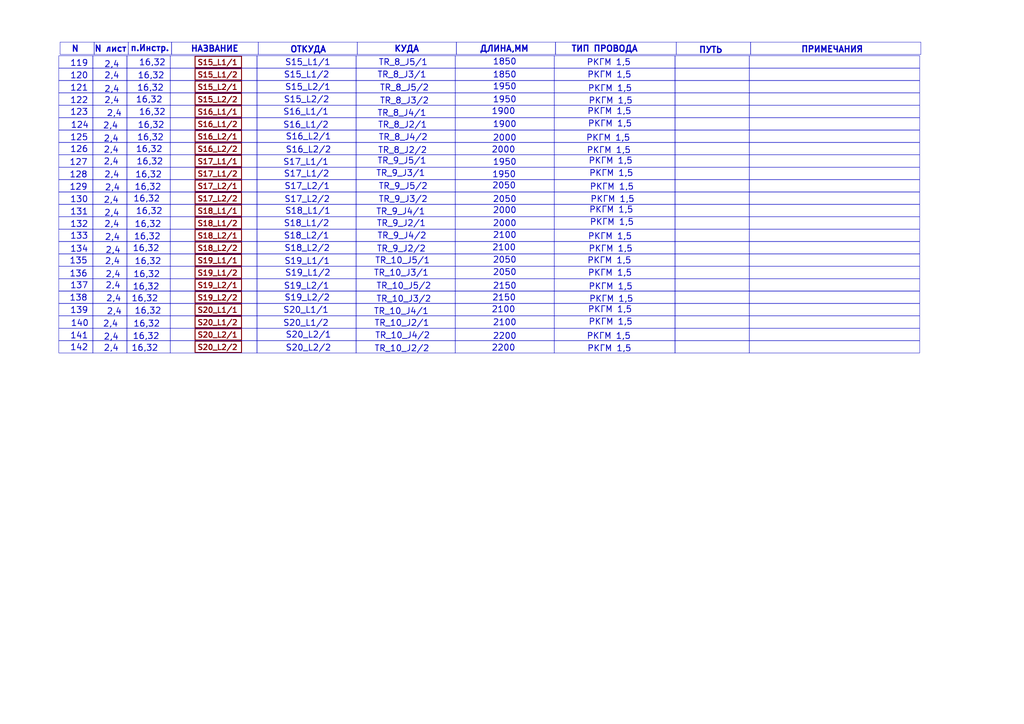
<source format=kicad_sch>
(kicad_sch
	(version 20231120)
	(generator "eeschema")
	(generator_version "8.0")
	(uuid "54a34ca7-94c7-41bf-b5ad-ee5d1292a65a")
	(paper "A3")
	(lib_symbols)
	(rectangle
		(start 105.918 17.272)
		(end 146.558 22.352)
		(stroke
			(width 0)
			(type default)
		)
		(fill
			(type none)
		)
		(uuid 02909181-6c8f-4ce0-98dd-362e414ae20b)
	)
	(rectangle
		(start 69.85 73.66)
		(end 105.41 78.74)
		(stroke
			(width 0)
			(type default)
		)
		(fill
			(type none)
		)
		(uuid 0648be34-b68b-4c69-a3e6-b12652a1a8a5)
	)
	(rectangle
		(start 38.1 58.42)
		(end 52.07 63.5)
		(stroke
			(width 0)
			(type default)
		)
		(fill
			(type none)
		)
		(uuid 0706d0cb-0a3f-4f67-beb9-876d34545b19)
	)
	(rectangle
		(start 276.86 114.3)
		(end 307.34 119.38)
		(stroke
			(width 0)
			(type default)
		)
		(fill
			(type none)
		)
		(uuid 07634bbc-d550-4433-83d6-8affe2dd2a51)
	)
	(rectangle
		(start 276.86 93.98)
		(end 307.34 99.06)
		(stroke
			(width 0)
			(type default)
		)
		(fill
			(type none)
		)
		(uuid 083476ec-f738-46b4-83a7-30af607dfcb2)
	)
	(rectangle
		(start 186.69 129.54)
		(end 227.33 134.62)
		(stroke
			(width 0)
			(type default)
		)
		(fill
			(type none)
		)
		(uuid 08aebfc1-a2b2-4a3d-97fd-420394bbebca)
	)
	(rectangle
		(start 38.1 48.26)
		(end 52.07 53.34)
		(stroke
			(width 0)
			(type default)
		)
		(fill
			(type none)
		)
		(uuid 0a83695c-5c26-43b3-ab72-68df52934177)
	)
	(rectangle
		(start 69.85 99.06)
		(end 105.41 104.14)
		(stroke
			(width 0)
			(type default)
		)
		(fill
			(type none)
		)
		(uuid 0bd5b9be-c790-4db3-a0c3-aafc272c5e69)
	)
	(rectangle
		(start 146.558 17.272)
		(end 187.198 22.352)
		(stroke
			(width 0)
			(type default)
		)
		(fill
			(type none)
		)
		(uuid 0c5f749b-fdb2-4fd0-85db-004bdd6dcbeb)
	)
	(rectangle
		(start 105.41 48.26)
		(end 146.05 53.34)
		(stroke
			(width 0)
			(type default)
		)
		(fill
			(type none)
		)
		(uuid 0cb7e214-a38f-4cce-96a8-a7429669b100)
	)
	(rectangle
		(start 146.05 73.66)
		(end 186.69 78.74)
		(stroke
			(width 0)
			(type default)
		)
		(fill
			(type none)
		)
		(uuid 0cd4f301-5113-4194-aac0-20da44133d93)
	)
	(rectangle
		(start 38.1 129.54)
		(end 52.07 134.62)
		(stroke
			(width 0)
			(type default)
		)
		(fill
			(type none)
		)
		(uuid 0cd7479e-4215-4262-a5ac-68f2dd14fc89)
	)
	(rectangle
		(start 186.69 124.46)
		(end 227.33 129.54)
		(stroke
			(width 0)
			(type default)
		)
		(fill
			(type none)
		)
		(uuid 0e1d38f2-2ed7-4b38-9724-f5f9f41916a4)
	)
	(rectangle
		(start 105.41 109.22)
		(end 146.05 114.3)
		(stroke
			(width 0)
			(type default)
		)
		(fill
			(type none)
		)
		(uuid 0e20900b-a42c-4993-9d5f-76f3df8da1c7)
	)
	(rectangle
		(start 276.86 88.9)
		(end 307.34 93.98)
		(stroke
			(width 0)
			(type default)
		)
		(fill
			(type none)
		)
		(uuid 0f4256bd-89ba-4ad8-af25-0cd6d5891bf1)
	)
	(rectangle
		(start 307.34 78.74)
		(end 377.19 83.82)
		(stroke
			(width 0)
			(type default)
		)
		(fill
			(type none)
		)
		(uuid 0fea7641-6e20-4bd1-8d69-60746eb627e4)
	)
	(rectangle
		(start 105.41 22.86)
		(end 146.05 27.94)
		(stroke
			(width 0)
			(type default)
		)
		(fill
			(type none)
		)
		(uuid 108ed377-d68d-468b-91eb-81cab542e20e)
	)
	(rectangle
		(start 105.41 119.38)
		(end 146.05 124.46)
		(stroke
			(width 0)
			(type default)
		)
		(fill
			(type none)
		)
		(uuid 110154b6-a419-4508-8ce8-0733c4ac8f3c)
	)
	(rectangle
		(start 276.86 63.5)
		(end 307.34 68.58)
		(stroke
			(width 0)
			(type default)
		)
		(fill
			(type none)
		)
		(uuid 11e5332e-5c78-485d-8079-feeb0ec86f79)
	)
	(rectangle
		(start 186.69 68.58)
		(end 227.33 73.66)
		(stroke
			(width 0)
			(type default)
		)
		(fill
			(type none)
		)
		(uuid 122b7da9-9659-4310-9056-49bb10f02caa)
	)
	(rectangle
		(start 52.07 33.02)
		(end 69.85 38.1)
		(stroke
			(width 0)
			(type default)
		)
		(fill
			(type none)
		)
		(uuid 13702d49-df64-4812-ba4d-fd013d3919d0)
	)
	(rectangle
		(start 146.05 78.74)
		(end 186.69 83.82)
		(stroke
			(width 0)
			(type default)
		)
		(fill
			(type none)
		)
		(uuid 13d934ed-8248-41cb-869d-a45716091985)
	)
	(rectangle
		(start 146.05 68.58)
		(end 186.69 73.66)
		(stroke
			(width 0)
			(type default)
		)
		(fill
			(type none)
		)
		(uuid 13f23772-a1c5-4617-bca2-b6d95699769d)
	)
	(rectangle
		(start 227.33 38.1)
		(end 276.86 43.18)
		(stroke
			(width 0)
			(type default)
		)
		(fill
			(type none)
		)
		(uuid 15536f25-91f4-405d-988b-3cbe2487039e)
	)
	(rectangle
		(start 227.33 129.54)
		(end 276.86 134.62)
		(stroke
			(width 0)
			(type default)
		)
		(fill
			(type none)
		)
		(uuid 166bcd8c-3970-46b1-93a1-2f57e5575df8)
	)
	(rectangle
		(start 186.69 38.1)
		(end 227.33 43.18)
		(stroke
			(width 0)
			(type default)
		)
		(fill
			(type none)
		)
		(uuid 17e1f59e-cbd3-4c51-b5cc-14e51cd80c13)
	)
	(rectangle
		(start 276.86 129.54)
		(end 307.34 134.62)
		(stroke
			(width 0)
			(type default)
		)
		(fill
			(type none)
		)
		(uuid 19a9c28c-32a4-4ce2-b7b9-76b756ebc602)
	)
	(rectangle
		(start 70.358 17.272)
		(end 105.918 22.352)
		(stroke
			(width 0)
			(type default)
		)
		(fill
			(type none)
		)
		(uuid 19c5ebd0-726c-4a92-8936-d6a23ab6f9bd)
	)
	(rectangle
		(start 69.85 139.7)
		(end 105.41 144.78)
		(stroke
			(width 0)
			(type default)
		)
		(fill
			(type none)
		)
		(uuid 19e36890-9ea0-48a2-bb64-40a8cd31d0a7)
	)
	(rectangle
		(start 186.69 83.82)
		(end 227.33 88.9)
		(stroke
			(width 0)
			(type default)
		)
		(fill
			(type none)
		)
		(uuid 1a31837c-3a92-48d0-9fe0-6a7481ac96df)
	)
	(rectangle
		(start 146.05 53.34)
		(end 186.69 58.42)
		(stroke
			(width 0)
			(type default)
		)
		(fill
			(type none)
		)
		(uuid 1d08c9a4-41a9-4cd0-8884-c839d361bdb3)
	)
	(rectangle
		(start 38.1 22.86)
		(end 52.07 27.94)
		(stroke
			(width 0)
			(type default)
		)
		(fill
			(type none)
		)
		(uuid 1d189fa0-50f8-4f29-a62a-f29729837708)
	)
	(rectangle
		(start 52.07 139.7)
		(end 69.85 144.78)
		(stroke
			(width 0)
			(type default)
		)
		(fill
			(type none)
		)
		(uuid 1d681940-ecf2-453a-b1cd-c3b849658d47)
	)
	(rectangle
		(start 146.05 83.82)
		(end 186.69 88.9)
		(stroke
			(width 0)
			(type default)
		)
		(fill
			(type none)
		)
		(uuid 203358d1-94b8-4b29-92cd-d3e8e849bf4a)
	)
	(rectangle
		(start 38.1 33.02)
		(end 52.07 38.1)
		(stroke
			(width 0)
			(type default)
		)
		(fill
			(type none)
		)
		(uuid 23d4b0e1-5767-4466-afe5-6ae0de63e882)
	)
	(rectangle
		(start 38.1 27.94)
		(end 52.07 33.02)
		(stroke
			(width 0)
			(type default)
		)
		(fill
			(type none)
		)
		(uuid 25124645-50cc-49c7-8135-df44e4a6434f)
	)
	(rectangle
		(start 52.07 68.58)
		(end 69.85 73.66)
		(stroke
			(width 0)
			(type default)
		)
		(fill
			(type none)
		)
		(uuid 2550b354-dfbc-4142-a4bb-ef804a19dca9)
	)
	(rectangle
		(start 38.1 68.58)
		(end 52.07 73.66)
		(stroke
			(width 0)
			(type default)
		)
		(fill
			(type none)
		)
		(uuid 257fba89-0919-429e-af14-a246edfbc43e)
	)
	(rectangle
		(start 227.838 17.272)
		(end 277.368 22.352)
		(stroke
			(width 0)
			(type default)
		)
		(fill
			(type none)
		)
		(uuid 2a946c67-75f1-4a23-beef-61e351e12382)
	)
	(rectangle
		(start 69.85 134.62)
		(end 105.41 139.7)
		(stroke
			(width 0)
			(type default)
		)
		(fill
			(type none)
		)
		(uuid 2b12578d-7140-4437-ba7f-a0c0c269a463)
	)
	(rectangle
		(start 307.34 48.26)
		(end 377.19 53.34)
		(stroke
			(width 0)
			(type default)
		)
		(fill
			(type none)
		)
		(uuid 2c7246de-2424-4359-92cf-c47052048101)
	)
	(rectangle
		(start 38.1 63.5)
		(end 52.07 68.58)
		(stroke
			(width 0)
			(type default)
		)
		(fill
			(type none)
		)
		(uuid 2f002869-0d9d-41a2-8930-d8cca114b48d)
	)
	(rectangle
		(start 276.86 83.82)
		(end 307.34 88.9)
		(stroke
			(width 0)
			(type default)
		)
		(fill
			(type none)
		)
		(uuid 2fe56e11-f0a1-4069-a56f-2d24b05bf380)
	)
	(rectangle
		(start 69.85 129.54)
		(end 105.41 134.62)
		(stroke
			(width 0)
			(type default)
		)
		(fill
			(type none)
		)
		(uuid 302c788e-97e2-449d-9bed-ef98e30afff1)
	)
	(rectangle
		(start 52.07 99.06)
		(end 69.85 104.14)
		(stroke
			(width 0)
			(type default)
		)
		(fill
			(type none)
		)
		(uuid 33db31f4-e100-4350-8f38-5fe6cb259cc6)
	)
	(rectangle
		(start 307.34 43.18)
		(end 377.19 48.26)
		(stroke
			(width 0)
			(type default)
		)
		(fill
			(type none)
		)
		(uuid 34445684-596e-42f3-a9c6-7e0b8fedfda1)
	)
	(rectangle
		(start 187.198 17.272)
		(end 227.838 22.352)
		(stroke
			(width 0)
			(type default)
		)
		(fill
			(type none)
		)
		(uuid 345759b0-bbb6-47bb-8f3d-a368034a986c)
	)
	(rectangle
		(start 24.13 93.98)
		(end 38.1 99.06)
		(stroke
			(width 0)
			(type default)
		)
		(fill
			(type none)
		)
		(uuid 3476bb92-f5c8-4a02-b45a-bbc3da642e61)
	)
	(rectangle
		(start 186.69 58.42)
		(end 227.33 63.5)
		(stroke
			(width 0)
			(type default)
		)
		(fill
			(type none)
		)
		(uuid 36f75fdc-a522-4c03-ab77-eab5180e6f3f)
	)
	(rectangle
		(start 52.07 22.86)
		(end 69.85 27.94)
		(stroke
			(width 0)
			(type default)
		)
		(fill
			(type none)
		)
		(uuid 38521904-cb19-4bec-a5ab-2ce2f373bb51)
	)
	(rectangle
		(start 227.33 104.14)
		(end 276.86 109.22)
		(stroke
			(width 0)
			(type default)
		)
		(fill
			(type none)
		)
		(uuid 38eae436-61f1-48b3-9084-462694f0f953)
	)
	(rectangle
		(start 69.85 63.5)
		(end 105.41 68.58)
		(stroke
			(width 0)
			(type default)
		)
		(fill
			(type none)
		)
		(uuid 393cf0cd-d0f7-462d-9eb4-7db5ea9de681)
	)
	(rectangle
		(start 38.1 104.14)
		(end 52.07 109.22)
		(stroke
			(width 0)
			(type default)
		)
		(fill
			(type none)
		)
		(uuid 3a214c1e-4bb1-4a6e-a787-e5d3af46b975)
	)
	(rectangle
		(start 307.34 99.06)
		(end 377.19 104.14)
		(stroke
			(width 0)
			(type default)
		)
		(fill
			(type none)
		)
		(uuid 3a6ba089-7003-4e90-a054-315c0a2e70ac)
	)
	(rectangle
		(start 105.41 129.54)
		(end 146.05 134.62)
		(stroke
			(width 0)
			(type default)
		)
		(fill
			(type none)
		)
		(uuid 3b2e6729-8407-4198-b06d-89e4c44dd191)
	)
	(rectangle
		(start 38.1 43.18)
		(end 52.07 48.26)
		(stroke
			(width 0)
			(type default)
		)
		(fill
			(type none)
		)
		(uuid 3c6dad84-61ab-472d-9d4e-587e224fa5bb)
	)
	(rectangle
		(start 227.33 48.26)
		(end 276.86 53.34)
		(stroke
			(width 0)
			(type default)
		)
		(fill
			(type none)
		)
		(uuid 3d24b06b-e5f4-4038-93cb-1fea41f5d2a5)
	)
	(rectangle
		(start 307.34 83.82)
		(end 377.19 88.9)
		(stroke
			(width 0)
			(type default)
		)
		(fill
			(type none)
		)
		(uuid 3fdbd292-d370-40fd-ad38-fc80c072ff93)
	)
	(rectangle
		(start 24.13 83.82)
		(end 38.1 88.9)
		(stroke
			(width 0)
			(type default)
		)
		(fill
			(type none)
		)
		(uuid 40ec1773-01fd-48a8-ac4f-f8a286d9fe50)
	)
	(rectangle
		(start 105.41 33.02)
		(end 146.05 38.1)
		(stroke
			(width 0)
			(type default)
		)
		(fill
			(type none)
		)
		(uuid 41ffea05-2759-412c-86d3-453b5f2cd765)
	)
	(rectangle
		(start 52.07 73.66)
		(end 69.85 78.74)
		(stroke
			(width 0)
			(type default)
		)
		(fill
			(type none)
		)
		(uuid 4365afd5-e299-4865-99f3-fd7629acc349)
	)
	(rectangle
		(start 146.05 104.14)
		(end 186.69 109.22)
		(stroke
			(width 0)
			(type default)
		)
		(fill
			(type none)
		)
		(uuid 4390e910-1e73-4617-ae28-766df5149580)
	)
	(rectangle
		(start 276.86 119.38)
		(end 307.34 124.46)
		(stroke
			(width 0)
			(type default)
		)
		(fill
			(type none)
		)
		(uuid 43e6bd4d-95ff-4eab-9254-67300dda1456)
	)
	(rectangle
		(start 52.07 58.42)
		(end 69.85 63.5)
		(stroke
			(width 0)
			(type default)
		)
		(fill
			(type none)
		)
		(uuid 45ee8118-5221-457f-8048-b2a4a8cace59)
	)
	(rectangle
		(start 227.33 114.3)
		(end 276.86 119.38)
		(stroke
			(width 0)
			(type default)
		)
		(fill
			(type none)
		)
		(uuid 47b0be43-01fa-42d8-84c0-c3d3322ab17a)
	)
	(rectangle
		(start 227.33 134.62)
		(end 276.86 139.7)
		(stroke
			(width 0)
			(type default)
		)
		(fill
			(type none)
		)
		(uuid 4931a5a8-6e4c-4072-a8f6-687dce172dd3)
	)
	(rectangle
		(start 146.05 27.94)
		(end 186.69 33.02)
		(stroke
			(width 0)
			(type default)
		)
		(fill
			(type none)
		)
		(uuid 4ceca050-944a-4e3c-9481-e3b4266e7bff)
	)
	(rectangle
		(start 146.05 33.02)
		(end 186.69 38.1)
		(stroke
			(width 0)
			(type default)
		)
		(fill
			(type none)
		)
		(uuid 4dc66ede-28d6-4ad7-b6e3-e29287844324)
	)
	(rectangle
		(start 52.07 124.46)
		(end 69.85 129.54)
		(stroke
			(width 0)
			(type default)
		)
		(fill
			(type none)
		)
		(uuid 4fc79b74-f858-43a6-af1d-018e19b1e246)
	)
	(rectangle
		(start 276.86 124.46)
		(end 307.34 129.54)
		(stroke
			(width 0)
			(type default)
		)
		(fill
			(type none)
		)
		(uuid 531b5ee5-f100-4a60-bde2-1a4f118a6a6a)
	)
	(rectangle
		(start 276.86 53.34)
		(end 307.34 58.42)
		(stroke
			(width 0)
			(type default)
		)
		(fill
			(type none)
		)
		(uuid 5356eb8c-f0b4-46f3-a585-1ec426b94b04)
	)
	(rectangle
		(start 227.33 78.74)
		(end 276.86 83.82)
		(stroke
			(width 0)
			(type default)
		)
		(fill
			(type none)
		)
		(uuid 53dad4d1-570e-4c52-b985-69a9d5cc9e5c)
	)
	(rectangle
		(start 307.34 134.62)
		(end 377.19 139.7)
		(stroke
			(width 0)
			(type default)
		)
		(fill
			(type none)
		)
		(uuid 5697bd12-89d8-4f6c-ad95-c30385093f6a)
	)
	(rectangle
		(start 146.05 93.98)
		(end 186.69 99.06)
		(stroke
			(width 0)
			(type default)
		)
		(fill
			(type none)
		)
		(uuid 57e7f5fd-3efa-43a7-b33f-62277ab22a37)
	)
	(rectangle
		(start 69.85 109.22)
		(end 105.41 114.3)
		(stroke
			(width 0)
			(type default)
		)
		(fill
			(type none)
		)
		(uuid 59b9f2d7-d898-4693-bb67-5785b2d6899a)
	)
	(rectangle
		(start 38.1 119.38)
		(end 52.07 124.46)
		(stroke
			(width 0)
			(type default)
		)
		(fill
			(type none)
		)
		(uuid 5b3e1f3b-9896-4759-af7d-fa0112d6e5a8)
	)
	(rectangle
		(start 38.1 83.82)
		(end 52.07 88.9)
		(stroke
			(width 0)
			(type default)
		)
		(fill
			(type none)
		)
		(uuid 5c13c772-dd8d-433e-9c81-0fec587e72cc)
	)
	(rectangle
		(start 69.85 93.98)
		(end 105.41 99.06)
		(stroke
			(width 0)
			(type default)
		)
		(fill
			(type none)
		)
		(uuid 5dac1c73-2ed7-4ffb-b52c-b5112e559c14)
	)
	(rectangle
		(start 105.41 93.98)
		(end 146.05 99.06)
		(stroke
			(width 0)
			(type default)
		)
		(fill
			(type none)
		)
		(uuid 5e21a2cc-eba6-4190-a9bc-763b0847b82e)
	)
	(rectangle
		(start 227.33 124.46)
		(end 276.86 129.54)
		(stroke
			(width 0)
			(type default)
		)
		(fill
			(type none)
		)
		(uuid 5f50a10b-002e-4a1a-bdd6-166fe6dc748b)
	)
	(rectangle
		(start 186.69 78.74)
		(end 227.33 83.82)
		(stroke
			(width 0)
			(type default)
		)
		(fill
			(type none)
		)
		(uuid 5f8fd7ad-34a8-4978-8627-ddcf1209e736)
	)
	(rectangle
		(start 276.86 109.22)
		(end 307.34 114.3)
		(stroke
			(width 0)
			(type default)
		)
		(fill
			(type none)
		)
		(uuid 5fd01101-7845-4b90-ad55-c529f51ac99e)
	)
	(rectangle
		(start 69.85 119.38)
		(end 105.41 124.46)
		(stroke
			(width 0)
			(type default)
		)
		(fill
			(type none)
		)
		(uuid 60248508-9360-4742-9cf3-5a14b777ac31)
	)
	(rectangle
		(start 276.86 139.7)
		(end 307.34 144.78)
		(stroke
			(width 0)
			(type default)
		)
		(fill
			(type none)
		)
		(uuid 63ae9e92-84c9-4478-a760-3b4c20bcc92b)
	)
	(rectangle
		(start 52.578 17.272)
		(end 70.358 22.352)
		(stroke
			(width 0)
			(type default)
		)
		(fill
			(type none)
		)
		(uuid 6708501f-ae14-4b71-8aa9-1c7540f9a6cf)
	)
	(rectangle
		(start 186.69 22.86)
		(end 227.33 27.94)
		(stroke
			(width 0)
			(type default)
		)
		(fill
			(type none)
		)
		(uuid 67dedaa8-f870-46b1-b3a9-4741bcdcac73)
	)
	(rectangle
		(start 186.69 119.38)
		(end 227.33 124.46)
		(stroke
			(width 0)
			(type default)
		)
		(fill
			(type none)
		)
		(uuid 6876200a-4ef3-43b1-b276-2b89341d55ff)
	)
	(rectangle
		(start 24.13 78.74)
		(end 38.1 83.82)
		(stroke
			(width 0)
			(type default)
		)
		(fill
			(type none)
		)
		(uuid 68cded49-c958-4e90-822c-bf71b49af435)
	)
	(rectangle
		(start 276.86 58.42)
		(end 307.34 63.5)
		(stroke
			(width 0)
			(type default)
		)
		(fill
			(type none)
		)
		(uuid 68f2795f-7070-4918-902d-defe6248fe5d)
	)
	(rectangle
		(start 38.1 109.22)
		(end 52.07 114.3)
		(stroke
			(width 0)
			(type default)
		)
		(fill
			(type none)
		)
		(uuid 6d39b640-d1f8-417b-a64d-81815638d4d1)
	)
	(rectangle
		(start 276.86 134.62)
		(end 307.34 139.7)
		(stroke
			(width 0)
			(type default)
		)
		(fill
			(type none)
		)
		(uuid 6f3224fc-1238-4a75-b37f-8635ea42db4b)
	)
	(rectangle
		(start 227.33 109.22)
		(end 276.86 114.3)
		(stroke
			(width 0)
			(type default)
		)
		(fill
			(type none)
		)
		(uuid 7072ba92-9979-4779-b4e9-0155e757da4a)
	)
	(rectangle
		(start 24.13 114.3)
		(end 38.1 119.38)
		(stroke
			(width 0)
			(type default)
		)
		(fill
			(type none)
		)
		(uuid 71a6c11d-2469-4c56-adc7-10f292d0ad11)
	)
	(rectangle
		(start 105.41 53.34)
		(end 146.05 58.42)
		(stroke
			(width 0)
			(type default)
		)
		(fill
			(type none)
		)
		(uuid 71e3a1dd-c71f-41d9-94b9-4abed85031e7)
	)
	(rectangle
		(start 24.13 63.5)
		(end 38.1 68.58)
		(stroke
			(width 0)
			(type default)
		)
		(fill
			(type none)
		)
		(uuid 72845619-5efb-492d-9aa3-84353f28b152)
	)
	(rectangle
		(start 69.85 83.82)
		(end 105.41 88.9)
		(stroke
			(width 0)
			(type default)
		)
		(fill
			(type none)
		)
		(uuid 733ae43c-9012-4008-b79e-41dff875c445)
	)
	(rectangle
		(start 227.33 63.5)
		(end 276.86 68.58)
		(stroke
			(width 0)
			(type default)
		)
		(fill
			(type none)
		)
		(uuid 735818fc-83b2-4821-b30a-611e3be0c349)
	)
	(rectangle
		(start 105.41 124.46)
		(end 146.05 129.54)
		(stroke
			(width 0)
			(type default)
		)
		(fill
			(type none)
		)
		(uuid 75672c6e-d805-48f6-9772-c0e137981d93)
	)
	(rectangle
		(start 146.05 124.46)
		(end 186.69 129.54)
		(stroke
			(width 0)
			(type default)
		)
		(fill
			(type none)
		)
		(uuid 7587362b-878c-479e-9cdf-d893265b8db3)
	)
	(rectangle
		(start 105.41 43.18)
		(end 146.05 48.26)
		(stroke
			(width 0)
			(type default)
		)
		(fill
			(type none)
		)
		(uuid 76504d71-264d-47d9-b8ce-c289c3482ad3)
	)
	(rectangle
		(start 24.13 33.02)
		(end 38.1 38.1)
		(stroke
			(width 0)
			(type default)
		)
		(fill
			(type none)
		)
		(uuid 76be9498-0bab-4931-892b-0145802bae52)
	)
	(rectangle
		(start 24.13 139.7)
		(end 38.1 144.78)
		(stroke
			(width 0)
			(type default)
		)
		(fill
			(type none)
		)
		(uuid 7735ef6e-4109-4aff-88f5-3f5507c988ee)
	)
	(rectangle
		(start 38.608 17.272)
		(end 52.578 22.352)
		(stroke
			(width 0)
			(type default)
		)
		(fill
			(type none)
		)
		(uuid 775574ee-1cda-47ae-9cf4-ac514f3f11ad)
	)
	(rectangle
		(start 69.85 43.18)
		(end 105.41 48.26)
		(stroke
			(width 0)
			(type default)
		)
		(fill
			(type none)
		)
		(uuid 77e2f787-d36b-4e80-a349-b84046f023c1)
	)
	(rectangle
		(start 307.34 124.46)
		(end 377.19 129.54)
		(stroke
			(width 0)
			(type default)
		)
		(fill
			(type none)
		)
		(uuid 788cbae7-1695-427c-ba70-ba79b13695b6)
	)
	(rectangle
		(start 276.86 48.26)
		(end 307.34 53.34)
		(stroke
			(width 0)
			(type default)
		)
		(fill
			(type none)
		)
		(uuid 7893226a-b720-48b8-95d1-5721ff65427d)
	)
	(rectangle
		(start 307.34 27.94)
		(end 377.19 33.02)
		(stroke
			(width 0)
			(type default)
		)
		(fill
			(type none)
		)
		(uuid 79ac5f9f-6e7a-44cd-a159-91b3bbf6acab)
	)
	(rectangle
		(start 52.07 109.22)
		(end 69.85 114.3)
		(stroke
			(width 0)
			(type default)
		)
		(fill
			(type none)
		)
		(uuid 7c717e14-bb1b-463c-8614-56ff8be13ca8)
	)
	(rectangle
		(start 146.05 129.54)
		(end 186.69 134.62)
		(stroke
			(width 0)
			(type default)
		)
		(fill
			(type none)
		)
		(uuid 7cfaaed4-3c60-4408-8bb0-bd33bf1bc98e)
	)
	(rectangle
		(start 105.41 73.66)
		(end 146.05 78.74)
		(stroke
			(width 0)
			(type default)
		)
		(fill
			(type none)
		)
		(uuid 7d390b94-aa91-4d14-b575-a00459734b4b)
	)
	(rectangle
		(start 24.13 68.58)
		(end 38.1 73.66)
		(stroke
			(width 0)
			(type default)
		)
		(fill
			(type none)
		)
		(uuid 7ead0e6b-fc3c-4d72-8a00-8785105de9d4)
	)
	(rectangle
		(start 24.13 53.34)
		(end 38.1 58.42)
		(stroke
			(width 0)
			(type default)
		)
		(fill
			(type none)
		)
		(uuid 813f849d-08b6-42e6-a753-5efa3c51970a)
	)
	(rectangle
		(start 307.34 139.7)
		(end 377.19 144.78)
		(stroke
			(width 0)
			(type default)
		)
		(fill
			(type none)
		)
		(uuid 815550c3-2fcd-4cf8-842c-d930f0da5a5c)
	)
	(rectangle
		(start 146.05 119.38)
		(end 186.69 124.46)
		(stroke
			(width 0)
			(type default)
		)
		(fill
			(type none)
		)
		(uuid 83215d6e-bfbb-4b2b-a081-d71c10da79a0)
	)
	(rectangle
		(start 105.41 88.9)
		(end 146.05 93.98)
		(stroke
			(width 0)
			(type default)
		)
		(fill
			(type none)
		)
		(uuid 83afb08a-1a55-4bd1-aeb1-814151966dc5)
	)
	(rectangle
		(start 105.41 27.94)
		(end 146.05 33.02)
		(stroke
			(width 0)
			(type default)
		)
		(fill
			(type none)
		)
		(uuid 842a2375-25c8-4d56-836d-01d034b18bf6)
	)
	(rectangle
		(start 186.69 33.02)
		(end 227.33 38.1)
		(stroke
			(width 0)
			(type default)
		)
		(fill
			(type none)
		)
		(uuid 8541c27e-45e9-4c75-bbf4-c29a30c87ec0)
	)
	(rectangle
		(start 276.86 73.66)
		(end 307.34 78.74)
		(stroke
			(width 0)
			(type default)
		)
		(fill
			(type none)
		)
		(uuid 861d9efb-4cdb-4155-8941-2bfd3d3aaf27)
	)
	(rectangle
		(start 105.41 139.7)
		(end 146.05 144.78)
		(stroke
			(width 0)
			(type default)
		)
		(fill
			(type none)
		)
		(uuid 866ebf45-35c5-44d2-97b3-878b170d7370)
	)
	(rectangle
		(start 24.13 104.14)
		(end 38.1 109.22)
		(stroke
			(width 0)
			(type default)
		)
		(fill
			(type none)
		)
		(uuid 87d8dcd3-a8bc-4a7a-8878-051afc2f7fe7)
	)
	(rectangle
		(start 69.85 88.9)
		(end 105.41 93.98)
		(stroke
			(width 0)
			(type default)
		)
		(fill
			(type none)
		)
		(uuid 8b6de955-4e56-49c0-8831-a5ce064d5d36)
	)
	(rectangle
		(start 52.07 48.26)
		(end 69.85 53.34)
		(stroke
			(width 0)
			(type default)
		)
		(fill
			(type none)
		)
		(uuid 8b9be4b4-c5a0-46f4-9846-35b102ae386b)
	)
	(rectangle
		(start 146.05 48.26)
		(end 186.69 53.34)
		(stroke
			(width 0)
			(type default)
		)
		(fill
			(type none)
		)
		(uuid 8eeefdad-f052-42b6-b879-be434a79c688)
	)
	(rectangle
		(start 38.1 114.3)
		(end 52.07 119.38)
		(stroke
			(width 0)
			(type default)
		)
		(fill
			(type none)
		)
		(uuid 90897b11-a6ca-4205-a18c-1df2993d96f9)
	)
	(rectangle
		(start 105.41 68.58)
		(end 146.05 73.66)
		(stroke
			(width 0)
			(type default)
		)
		(fill
			(type none)
		)
		(uuid 91c95855-6fac-4dad-bfa3-7ee6ee1e0d48)
	)
	(rectangle
		(start 24.13 58.42)
		(end 38.1 63.5)
		(stroke
			(width 0)
			(type default)
		)
		(fill
			(type none)
		)
		(uuid 928169d4-7a37-4d6e-9212-c6a6e955b22c)
	)
	(rectangle
		(start 146.05 134.62)
		(end 186.69 139.7)
		(stroke
			(width 0)
			(type default)
		)
		(fill
			(type none)
		)
		(uuid 94e079e1-4799-4b49-acec-d68ad795ed18)
	)
	(rectangle
		(start 227.33 43.18)
		(end 276.86 48.26)
		(stroke
			(width 0)
			(type default)
		)
		(fill
			(type none)
		)
		(uuid 95af60db-02ad-4a75-8ab9-50e07dabc92d)
	)
	(rectangle
		(start 186.69 88.9)
		(end 227.33 93.98)
		(stroke
			(width 0)
			(type default)
		)
		(fill
			(type none)
		)
		(uuid 95d2b4b5-6285-4d46-89b0-7ce66c372f43)
	)
	(rectangle
		(start 186.69 139.7)
		(end 227.33 144.78)
		(stroke
			(width 0)
			(type default)
		)
		(fill
			(type none)
		)
		(uuid 95f49892-89d4-4e0b-b7af-d1fba6df9174)
	)
	(rectangle
		(start 52.07 43.18)
		(end 69.85 48.26)
		(stroke
			(width 0)
			(type default)
		)
		(fill
			(type none)
		)
		(uuid 964f8cd7-1722-440b-b107-6e44bfab8f26)
	)
	(rectangle
		(start 186.69 134.62)
		(end 227.33 139.7)
		(stroke
			(width 0)
			(type default)
		)
		(fill
			(type none)
		)
		(uuid 98a7a3c1-851f-4518-b40a-a5c3ea2173c0)
	)
	(rectangle
		(start 307.34 93.98)
		(end 377.19 99.06)
		(stroke
			(width 0)
			(type default)
		)
		(fill
			(type none)
		)
		(uuid 98ac9b6d-bb91-4879-9e03-829d6b1fd4b2)
	)
	(rectangle
		(start 146.05 43.18)
		(end 186.69 48.26)
		(stroke
			(width 0)
			(type default)
		)
		(fill
			(type none)
		)
		(uuid 9a337cc5-4401-4cb0-9eac-aa8f7a42a665)
	)
	(rectangle
		(start 227.33 119.38)
		(end 276.86 124.46)
		(stroke
			(width 0)
			(type default)
		)
		(fill
			(type none)
		)
		(uuid 9b299af1-ae03-4b68-b2b4-6c9627732982)
	)
	(rectangle
		(start 105.41 83.82)
		(end 146.05 88.9)
		(stroke
			(width 0)
			(type default)
		)
		(fill
			(type none)
		)
		(uuid 9d145189-06e5-4ca4-bef3-2d6d20676367)
	)
	(rectangle
		(start 186.69 104.14)
		(end 227.33 109.22)
		(stroke
			(width 0)
			(type default)
		)
		(fill
			(type none)
		)
		(uuid 9e3116c4-1ca0-483f-9c65-dd8befa22392)
	)
	(rectangle
		(start 24.13 73.66)
		(end 38.1 78.74)
		(stroke
			(width 0)
			(type default)
		)
		(fill
			(type none)
		)
		(uuid 9f821347-5b28-4aab-8776-9848e21c08f0)
	)
	(rectangle
		(start 24.13 22.86)
		(end 38.1 27.94)
		(stroke
			(width 0)
			(type default)
		)
		(fill
			(type none)
		)
		(uuid a0006f9c-a3a7-49df-8fc3-23cac8d5c0c9)
	)
	(rectangle
		(start 69.85 114.3)
		(end 105.41 119.38)
		(stroke
			(width 0)
			(type default)
		)
		(fill
			(type none)
		)
		(uuid a0018a6e-c7ca-4d52-87b7-72b91ab3e5fa)
	)
	(rectangle
		(start 38.1 88.9)
		(end 52.07 93.98)
		(stroke
			(width 0)
			(type default)
		)
		(fill
			(type none)
		)
		(uuid a0973215-b850-4099-89dd-b6eb3c080681)
	)
	(rectangle
		(start 24.13 124.46)
		(end 38.1 129.54)
		(stroke
			(width 0)
			(type default)
		)
		(fill
			(type none)
		)
		(uuid a09f1142-7d47-4b17-af05-4d0f577989b6)
	)
	(rectangle
		(start 24.638 17.272)
		(end 38.608 22.352)
		(stroke
			(width 0)
			(type default)
		)
		(fill
			(type none)
		)
		(uuid a2d42660-8993-435e-bf29-239eada04939)
	)
	(rectangle
		(start 52.07 38.1)
		(end 69.85 43.18)
		(stroke
			(width 0)
			(type default)
		)
		(fill
			(type none)
		)
		(uuid a34bf449-51fd-4aa4-9b45-16df566ac117)
	)
	(rectangle
		(start 307.34 109.22)
		(end 377.19 114.3)
		(stroke
			(width 0)
			(type default)
		)
		(fill
			(type none)
		)
		(uuid a5572414-07e3-4543-bdd6-a17599ed7900)
	)
	(rectangle
		(start 24.13 99.06)
		(end 38.1 104.14)
		(stroke
			(width 0)
			(type default)
		)
		(fill
			(type none)
		)
		(uuid a561658f-8eb4-41d9-9cda-f9f9a3a80ed1)
	)
	(rectangle
		(start 69.85 124.46)
		(end 105.41 129.54)
		(stroke
			(width 0)
			(type default)
		)
		(fill
			(type none)
		)
		(uuid a5f2f577-0b68-4f9e-be50-60b0062c3f84)
	)
	(rectangle
		(start 38.1 38.1)
		(end 52.07 43.18)
		(stroke
			(width 0)
			(type default)
		)
		(fill
			(type none)
		)
		(uuid a64383a4-e87f-49d1-b2dc-7313779d7a76)
	)
	(rectangle
		(start 38.1 99.06)
		(end 52.07 104.14)
		(stroke
			(width 0)
			(type default)
		)
		(fill
			(type none)
		)
		(uuid a6d18d5a-0375-48d7-84c5-2689e7e679ad)
	)
	(rectangle
		(start 227.33 27.94)
		(end 276.86 33.02)
		(stroke
			(width 0)
			(type default)
		)
		(fill
			(type none)
		)
		(uuid a74d41e1-5424-48d4-8ba6-51a92a5ecdcc)
	)
	(rectangle
		(start 52.07 114.3)
		(end 69.85 119.38)
		(stroke
			(width 0)
			(type default)
		)
		(fill
			(type none)
		)
		(uuid a7653761-a9ab-41e9-9b3a-de5a68c3e974)
	)
	(rectangle
		(start 307.34 88.9)
		(end 377.19 93.98)
		(stroke
			(width 0)
			(type default)
		)
		(fill
			(type none)
		)
		(uuid a88ebc5a-96e4-4947-81da-02aa19def0e0)
	)
	(rectangle
		(start 52.07 129.54)
		(end 69.85 134.62)
		(stroke
			(width 0)
			(type default)
		)
		(fill
			(type none)
		)
		(uuid ab7513de-07d1-473c-a769-02da800e41e5)
	)
	(rectangle
		(start 69.85 104.14)
		(end 105.41 109.22)
		(stroke
			(width 0)
			(type default)
		)
		(fill
			(type none)
		)
		(uuid ab883444-3106-48f0-b1b7-c6ca8f8733ef)
	)
	(rectangle
		(start 227.33 139.7)
		(end 276.86 144.78)
		(stroke
			(width 0)
			(type default)
		)
		(fill
			(type none)
		)
		(uuid adff3ade-abdb-4ab7-a79a-2201d0ecffde)
	)
	(rectangle
		(start 105.41 58.42)
		(end 146.05 63.5)
		(stroke
			(width 0)
			(type default)
		)
		(fill
			(type none)
		)
		(uuid aef6c7cf-77b2-4819-870c-fea4e139f974)
	)
	(rectangle
		(start 105.41 63.5)
		(end 146.05 68.58)
		(stroke
			(width 0)
			(type default)
		)
		(fill
			(type none)
		)
		(uuid af3286c4-0f90-4160-aa32-830acc79b722)
	)
	(rectangle
		(start 146.05 38.1)
		(end 186.69 43.18)
		(stroke
			(width 0)
			(type default)
		)
		(fill
			(type none)
		)
		(uuid af55c967-85f0-4be9-940f-65b12fb62e55)
	)
	(rectangle
		(start 227.33 53.34)
		(end 276.86 58.42)
		(stroke
			(width 0)
			(type default)
		)
		(fill
			(type none)
		)
		(uuid b0160034-b96e-47dc-8717-7c0f66cae12b)
	)
	(rectangle
		(start 38.1 73.66)
		(end 52.07 78.74)
		(stroke
			(width 0)
			(type default)
		)
		(fill
			(type none)
		)
		(uuid b026dbd0-c5fb-48fe-92c5-27e5edee4715)
	)
	(rectangle
		(start 307.34 119.38)
		(end 377.19 124.46)
		(stroke
			(width 0)
			(type default)
		)
		(fill
			(type none)
		)
		(uuid b1822624-4c5d-4e95-93c6-89bc4507f8a1)
	)
	(rectangle
		(start 307.34 114.3)
		(end 377.19 119.38)
		(stroke
			(width 0)
			(type default)
		)
		(fill
			(type none)
		)
		(uuid b1e8acd8-f6f0-407b-8d84-1093b65d4212)
	)
	(rectangle
		(start 276.86 99.06)
		(end 307.34 104.14)
		(stroke
			(width 0)
			(type default)
		)
		(fill
			(type none)
		)
		(uuid b277f240-0949-4aff-b5dc-eda4c41224f3)
	)
	(rectangle
		(start 307.34 104.14)
		(end 377.19 109.22)
		(stroke
			(width 0)
			(type default)
		)
		(fill
			(type none)
		)
		(uuid b2b1e74e-28f2-4abe-a0ee-c06b9e6cc2d2)
	)
	(rectangle
		(start 227.33 88.9)
		(end 276.86 93.98)
		(stroke
			(width 0)
			(type default)
		)
		(fill
			(type none)
		)
		(uuid b3867bf6-5a6f-47bc-89b5-17252d8f6936)
	)
	(rectangle
		(start 146.05 22.86)
		(end 186.69 27.94)
		(stroke
			(width 0)
			(type default)
		)
		(fill
			(type none)
		)
		(uuid b418b147-195d-4702-8c0f-846123967f38)
	)
	(rectangle
		(start 307.34 63.5)
		(end 377.19 68.58)
		(stroke
			(width 0)
			(type default)
		)
		(fill
			(type none)
		)
		(uuid b42c099a-c59d-426a-a234-a76109ecf3e7)
	)
	(rectangle
		(start 52.07 83.82)
		(end 69.85 88.9)
		(stroke
			(width 0)
			(type default)
		)
		(fill
			(type none)
		)
		(uuid b44db648-ad9a-45c0-b23f-0e44cae5831d)
	)
	(rectangle
		(start 69.85 78.74)
		(end 105.41 83.82)
		(stroke
			(width 0)
			(type default)
		)
		(fill
			(type none)
		)
		(uuid b528eb84-cf57-467f-8b1f-3e93ee8f00fd)
	)
	(rectangle
		(start 186.69 48.26)
		(end 227.33 53.34)
		(stroke
			(width 0)
			(type default)
		)
		(fill
			(type none)
		)
		(uuid b655cdc1-2f0b-4c7a-8e14-6378de238f3c)
	)
	(rectangle
		(start 69.85 33.02)
		(end 105.41 38.1)
		(stroke
			(width 0)
			(type default)
		)
		(fill
			(type none)
		)
		(uuid b6a98c06-6a60-4072-8c80-0d47bc62e802)
	)
	(rectangle
		(start 105.41 99.06)
		(end 146.05 104.14)
		(stroke
			(width 0)
			(type default)
		)
		(fill
			(type none)
		)
		(uuid b7344327-e029-46f5-ab59-6ace8f7bfcf5)
	)
	(rectangle
		(start 38.1 139.7)
		(end 52.07 144.78)
		(stroke
			(width 0)
			(type default)
		)
		(fill
			(type none)
		)
		(uuid b77543e4-77b1-4f11-9eb0-2229c366d366)
	)
	(rectangle
		(start 276.86 27.94)
		(end 307.34 33.02)
		(stroke
			(width 0)
			(type default)
		)
		(fill
			(type none)
		)
		(uuid b812a7e8-ff4e-41db-ac71-59451b83f275)
	)
	(rectangle
		(start 38.1 53.34)
		(end 52.07 58.42)
		(stroke
			(width 0)
			(type default)
		)
		(fill
			(type none)
		)
		(uuid b817f255-7235-49d0-acdd-5bd91b09a764)
	)
	(rectangle
		(start 227.33 83.82)
		(end 276.86 88.9)
		(stroke
			(width 0)
			(type default)
		)
		(fill
			(type none)
		)
		(uuid b97962f5-b733-427d-8c68-fd0981d1a195)
	)
	(rectangle
		(start 307.848 17.272)
		(end 377.698 22.352)
		(stroke
			(width 0)
			(type default)
		)
		(fill
			(type none)
		)
		(uuid bcbced9c-636d-421e-a5e8-84520246bbf0)
	)
	(rectangle
		(start 105.41 114.3)
		(end 146.05 119.38)
		(stroke
			(width 0)
			(type default)
		)
		(fill
			(type none)
		)
		(uuid be5c57e8-2857-479e-9433-fb0a7eedb80e)
	)
	(rectangle
		(start 69.85 22.86)
		(end 105.41 27.94)
		(stroke
			(width 0)
			(type default)
		)
		(fill
			(type none)
		)
		(uuid bf12d99d-1b1c-4358-b2ae-6966d7de8df1)
	)
	(rectangle
		(start 186.69 109.22)
		(end 227.33 114.3)
		(stroke
			(width 0)
			(type default)
		)
		(fill
			(type none)
		)
		(uuid c05c9445-2b69-4dbf-84de-37adc8d088a9)
	)
	(rectangle
		(start 38.1 93.98)
		(end 52.07 99.06)
		(stroke
			(width 0)
			(type default)
		)
		(fill
			(type none)
		)
		(uuid c0d313f8-4c05-41aa-a5bf-7a7eb5992b41)
	)
	(rectangle
		(start 227.33 73.66)
		(end 276.86 78.74)
		(stroke
			(width 0)
			(type default)
		)
		(fill
			(type none)
		)
		(uuid c296c01b-6f2a-4fa1-a4ba-2510041a5985)
	)
	(rectangle
		(start 186.69 27.94)
		(end 227.33 33.02)
		(stroke
			(width 0)
			(type default)
		)
		(fill
			(type none)
		)
		(uuid c35f1005-0442-407d-9f5a-a7729a557ca0)
	)
	(rectangle
		(start 276.86 68.58)
		(end 307.34 73.66)
		(stroke
			(width 0)
			(type default)
		)
		(fill
			(type none)
		)
		(uuid c38c28ff-ef3b-4e91-9a55-a43461621b67)
	)
	(rectangle
		(start 307.34 38.1)
		(end 377.19 43.18)
		(stroke
			(width 0)
			(type default)
		)
		(fill
			(type none)
		)
		(uuid c478752e-c5bb-483d-84aa-c502c1ea9d1a)
	)
	(rectangle
		(start 276.86 22.86)
		(end 307.34 27.94)
		(stroke
			(width 0)
			(type default)
		)
		(fill
			(type none)
		)
		(uuid c47ff296-04c5-418b-ac6b-38d8b992f12c)
	)
	(rectangle
		(start 227.33 22.86)
		(end 276.86 27.94)
		(stroke
			(width 0)
			(type default)
		)
		(fill
			(type none)
		)
		(uuid c5ed52b6-272d-42d7-ba46-5011c9b7666f)
	)
	(rectangle
		(start 307.34 33.02)
		(end 377.19 38.1)
		(stroke
			(width 0)
			(type default)
		)
		(fill
			(type none)
		)
		(uuid c606c62f-d4ff-4b20-8900-2755a65f0946)
	)
	(rectangle
		(start 146.05 109.22)
		(end 186.69 114.3)
		(stroke
			(width 0)
			(type default)
		)
		(fill
			(type none)
		)
		(uuid c63888f5-67cc-4dad-bb11-8cab63e7a11f)
	)
	(rectangle
		(start 186.69 73.66)
		(end 227.33 78.74)
		(stroke
			(width 0)
			(type default)
		)
		(fill
			(type none)
		)
		(uuid c7655875-a535-4ade-bb90-6f2e2f2e26c6)
	)
	(rectangle
		(start 146.05 88.9)
		(end 186.69 93.98)
		(stroke
			(width 0)
			(type default)
		)
		(fill
			(type none)
		)
		(uuid c97941f6-6ba4-41ad-a628-b59c2f7719da)
	)
	(rectangle
		(start 52.07 63.5)
		(end 69.85 68.58)
		(stroke
			(width 0)
			(type default)
		)
		(fill
			(type none)
		)
		(uuid c97ad9c1-5127-42e6-8358-5a274f431465)
	)
	(rectangle
		(start 69.85 58.42)
		(end 105.41 63.5)
		(stroke
			(width 0)
			(type default)
		)
		(fill
			(type none)
		)
		(uuid ca166e16-01a3-4929-baf4-f4f11153f11b)
	)
	(rectangle
		(start 307.34 68.58)
		(end 377.19 73.66)
		(stroke
			(width 0)
			(type default)
		)
		(fill
			(type none)
		)
		(uuid ca1d5936-a9fc-4ad2-b128-4f00b6842461)
	)
	(rectangle
		(start 24.13 129.54)
		(end 38.1 134.62)
		(stroke
			(width 0)
			(type default)
		)
		(fill
			(type none)
		)
		(uuid cd1ad72c-507e-4cb4-bc48-555fce926b5d)
	)
	(rectangle
		(start 186.69 53.34)
		(end 227.33 58.42)
		(stroke
			(width 0)
			(type default)
		)
		(fill
			(type none)
		)
		(uuid cd3eab2e-cff5-415c-997b-a60d8efbf7bf)
	)
	(rectangle
		(start 52.07 88.9)
		(end 69.85 93.98)
		(stroke
			(width 0)
			(type default)
		)
		(fill
			(type none)
		)
		(uuid cfbca861-1e78-4c82-8054-2d3c79028c4e)
	)
	(rectangle
		(start 227.33 68.58)
		(end 276.86 73.66)
		(stroke
			(width 0)
			(type default)
		)
		(fill
			(type none)
		)
		(uuid d03d910d-434d-41db-aa60-b118f6676d45)
	)
	(rectangle
		(start 227.33 33.02)
		(end 276.86 38.1)
		(stroke
			(width 0)
			(type default)
		)
		(fill
			(type none)
		)
		(uuid d27cf174-da0a-445d-a7e4-08a567530e55)
	)
	(rectangle
		(start 146.05 63.5)
		(end 186.69 68.58)
		(stroke
			(width 0)
			(type default)
		)
		(fill
			(type none)
		)
		(uuid d283bd95-d2e9-42c4-a251-8fd0ffd237eb)
	)
	(rectangle
		(start 24.13 27.94)
		(end 38.1 33.02)
		(stroke
			(width 0)
			(type default)
		)
		(fill
			(type none)
		)
		(uuid d3d0d463-a540-4447-bc96-4c2009efaa19)
	)
	(rectangle
		(start 276.86 38.1)
		(end 307.34 43.18)
		(stroke
			(width 0)
			(type default)
		)
		(fill
			(type none)
		)
		(uuid d48717ce-0f20-4544-ac22-2904e230eb4e)
	)
	(rectangle
		(start 52.07 93.98)
		(end 69.85 99.06)
		(stroke
			(width 0)
			(type default)
		)
		(fill
			(type none)
		)
		(uuid d56604c6-a3ac-4e79-b98c-ed4c8b8467f0)
	)
	(rectangle
		(start 146.05 139.7)
		(end 186.69 144.78)
		(stroke
			(width 0)
			(type default)
		)
		(fill
			(type none)
		)
		(uuid d6974a26-af32-4019-8ac4-5045c2192d62)
	)
	(rectangle
		(start 105.41 134.62)
		(end 146.05 139.7)
		(stroke
			(width 0)
			(type default)
		)
		(fill
			(type none)
		)
		(uuid d8227c14-092b-4eb5-85bd-411b085856fe)
	)
	(rectangle
		(start 307.34 53.34)
		(end 377.19 58.42)
		(stroke
			(width 0)
			(type default)
		)
		(fill
			(type none)
		)
		(uuid d9797355-ad19-4793-a99b-cc50435e2055)
	)
	(rectangle
		(start 69.85 53.34)
		(end 105.41 58.42)
		(stroke
			(width 0)
			(type default)
		)
		(fill
			(type none)
		)
		(uuid dacf2194-919c-4a05-8c6b-97c8da427f45)
	)
	(rectangle
		(start 186.69 63.5)
		(end 227.33 68.58)
		(stroke
			(width 0)
			(type default)
		)
		(fill
			(type none)
		)
		(uuid daf866b9-cd16-4534-9bac-66dc9e08257d)
	)
	(rectangle
		(start 52.07 134.62)
		(end 69.85 139.7)
		(stroke
			(width 0)
			(type default)
		)
		(fill
			(type none)
		)
		(uuid dc84973f-0068-4777-a70e-8c130047ae08)
	)
	(rectangle
		(start 69.85 68.58)
		(end 105.41 73.66)
		(stroke
			(width 0)
			(type default)
		)
		(fill
			(type none)
		)
		(uuid dd14fa7e-e7e7-49b1-ad7f-8555534a1934)
	)
	(rectangle
		(start 52.07 119.38)
		(end 69.85 124.46)
		(stroke
			(width 0)
			(type default)
		)
		(fill
			(type none)
		)
		(uuid defa8dbb-20ce-40c6-827a-4d53c14e0955)
	)
	(rectangle
		(start 146.05 99.06)
		(end 186.69 104.14)
		(stroke
			(width 0)
			(type default)
		)
		(fill
			(type none)
		)
		(uuid df8d5a15-93a2-4ccc-8c75-2600cafeeff8)
	)
	(rectangle
		(start 186.69 114.3)
		(end 227.33 119.38)
		(stroke
			(width 0)
			(type default)
		)
		(fill
			(type none)
		)
		(uuid e138b3e0-8672-48eb-8b0e-f335eb910e44)
	)
	(rectangle
		(start 69.85 27.94)
		(end 105.41 33.02)
		(stroke
			(width 0)
			(type default)
		)
		(fill
			(type none)
		)
		(uuid e14e166a-4247-4181-a6d7-432391205415)
	)
	(rectangle
		(start 276.86 33.02)
		(end 307.34 38.1)
		(stroke
			(width 0)
			(type default)
		)
		(fill
			(type none)
		)
		(uuid e1bd6282-48ff-4d15-8309-20e4d601471b)
	)
	(rectangle
		(start 307.34 58.42)
		(end 377.19 63.5)
		(stroke
			(width 0)
			(type default)
		)
		(fill
			(type none)
		)
		(uuid e2ccc958-1c98-4c43-b1d9-c06e5d59f236)
	)
	(rectangle
		(start 227.33 99.06)
		(end 276.86 104.14)
		(stroke
			(width 0)
			(type default)
		)
		(fill
			(type none)
		)
		(uuid e2f39718-e8f2-462c-85a3-cd4ca9fd8249)
	)
	(rectangle
		(start 24.13 134.62)
		(end 38.1 139.7)
		(stroke
			(width 0)
			(type default)
		)
		(fill
			(type none)
		)
		(uuid e3543323-3f4b-409d-9e2a-daa3c916ab73)
	)
	(rectangle
		(start 24.13 109.22)
		(end 38.1 114.3)
		(stroke
			(width 0)
			(type default)
		)
		(fill
			(type none)
		)
		(uuid e35e399c-d89f-41b3-b3c2-3ebc5ceb9742)
	)
	(rectangle
		(start 105.41 78.74)
		(end 146.05 83.82)
		(stroke
			(width 0)
			(type default)
		)
		(fill
			(type none)
		)
		(uuid e55485fd-4d2a-42cf-98a1-68e7b341a6d0)
	)
	(rectangle
		(start 69.85 48.26)
		(end 105.41 53.34)
		(stroke
			(width 0)
			(type default)
		)
		(fill
			(type none)
		)
		(uuid e56244f5-e3e0-426c-bff4-30f67a62fd2e)
	)
	(rectangle
		(start 227.33 93.98)
		(end 276.86 99.06)
		(stroke
			(width 0)
			(type default)
		)
		(fill
			(type none)
		)
		(uuid e6023861-4cfb-43e6-acc3-a37cab170970)
	)
	(rectangle
		(start 52.07 53.34)
		(end 69.85 58.42)
		(stroke
			(width 0)
			(type default)
		)
		(fill
			(type none)
		)
		(uuid e60c4663-d4b8-4a67-b951-bd9970252a8c)
	)
	(rectangle
		(start 38.1 78.74)
		(end 52.07 83.82)
		(stroke
			(width 0)
			(type default)
		)
		(fill
			(type none)
		)
		(uuid e6ada06a-1ee0-473e-8901-731a2d0579fe)
	)
	(rectangle
		(start 146.05 114.3)
		(end 186.69 119.38)
		(stroke
			(width 0)
			(type default)
		)
		(fill
			(type none)
		)
		(uuid e7031cce-50bd-4ff0-8d8a-95b2c8e5a278)
	)
	(rectangle
		(start 307.34 129.54)
		(end 377.19 134.62)
		(stroke
			(width 0)
			(type default)
		)
		(fill
			(type none)
		)
		(uuid e7dc3108-2d40-48a6-94d3-272d25a7d2db)
	)
	(rectangle
		(start 24.13 119.38)
		(end 38.1 124.46)
		(stroke
			(width 0)
			(type default)
		)
		(fill
			(type none)
		)
		(uuid e9168ed1-a954-4e36-9e7b-ae3be390d4db)
	)
	(rectangle
		(start 38.1 134.62)
		(end 52.07 139.7)
		(stroke
			(width 0)
			(type default)
		)
		(fill
			(type none)
		)
		(uuid e9587800-a105-46eb-aa25-844060547668)
	)
	(rectangle
		(start 276.86 104.14)
		(end 307.34 109.22)
		(stroke
			(width 0)
			(type default)
		)
		(fill
			(type none)
		)
		(uuid e9f10050-bb13-4ff6-aa64-eb18d4e55927)
	)
	(rectangle
		(start 52.07 27.94)
		(end 69.85 33.02)
		(stroke
			(width 0)
			(type default)
		)
		(fill
			(type none)
		)
		(uuid ebacacc2-5f2b-4c9d-a7f7-1d713cb49857)
	)
	(rectangle
		(start 105.41 38.1)
		(end 146.05 43.18)
		(stroke
			(width 0)
			(type default)
		)
		(fill
			(type none)
		)
		(uuid ec0fc6fe-81fa-4d5a-86e6-c4fe3dc54516)
	)
	(rectangle
		(start 105.41 104.14)
		(end 146.05 109.22)
		(stroke
			(width 0)
			(type default)
		)
		(fill
			(type none)
		)
		(uuid eeac661d-3d6e-4c69-b01f-444964633435)
	)
	(rectangle
		(start 276.86 78.74)
		(end 307.34 83.82)
		(stroke
			(width 0)
			(type default)
		)
		(fill
			(type none)
		)
		(uuid eee9d93a-d4cd-4537-943a-73418490e9e2)
	)
	(rectangle
		(start 52.07 78.74)
		(end 69.85 83.82)
		(stroke
			(width 0)
			(type default)
		)
		(fill
			(type none)
		)
		(uuid ef7d2ec9-974f-430c-8986-25498b1cde82)
	)
	(rectangle
		(start 186.69 99.06)
		(end 227.33 104.14)
		(stroke
			(width 0)
			(type default)
		)
		(fill
			(type none)
		)
		(uuid efebb1dd-a1da-4612-bfe1-9382c8c1b172)
	)
	(rectangle
		(start 24.13 43.18)
		(end 38.1 48.26)
		(stroke
			(width 0)
			(type default)
		)
		(fill
			(type none)
		)
		(uuid f0760fb5-d633-4505-88d2-466589b8f4c7)
	)
	(rectangle
		(start 38.1 124.46)
		(end 52.07 129.54)
		(stroke
			(width 0)
			(type default)
		)
		(fill
			(type none)
		)
		(uuid f0c20e56-99c9-41cb-b538-a632d70f0e52)
	)
	(rectangle
		(start 24.13 38.1)
		(end 38.1 43.18)
		(stroke
			(width 0)
			(type default)
		)
		(fill
			(type none)
		)
		(uuid f18e8303-7ca3-4bf7-9d39-ff85a96f3e78)
	)
	(rectangle
		(start 307.34 73.66)
		(end 377.19 78.74)
		(stroke
			(width 0)
			(type default)
		)
		(fill
			(type none)
		)
		(uuid f1988fa9-4aad-49e6-a8b2-09d4f2485dff)
	)
	(rectangle
		(start 52.07 104.14)
		(end 69.85 109.22)
		(stroke
			(width 0)
			(type default)
		)
		(fill
			(type none)
		)
		(uuid f2a5c36c-47ac-48cf-b39a-35dfe631eee7)
	)
	(rectangle
		(start 307.34 22.86)
		(end 377.19 27.94)
		(stroke
			(width 0)
			(type default)
		)
		(fill
			(type none)
		)
		(uuid f30e436a-1ca6-4bea-8049-fb9803d50e20)
	)
	(rectangle
		(start 24.13 88.9)
		(end 38.1 93.98)
		(stroke
			(width 0)
			(type default)
		)
		(fill
			(type none)
		)
		(uuid f344e963-3994-4d8e-b4a2-8ba387303695)
	)
	(rectangle
		(start 146.05 58.42)
		(end 186.69 63.5)
		(stroke
			(width 0)
			(type default)
		)
		(fill
			(type none)
		)
		(uuid f549e6d4-8a0a-4fea-a41f-24a16e4cd627)
	)
	(rectangle
		(start 69.85 38.1)
		(end 105.41 43.18)
		(stroke
			(width 0)
			(type default)
		)
		(fill
			(type none)
		)
		(uuid f6048b97-41f8-4982-accc-361e4926a9b9)
	)
	(rectangle
		(start 276.86 43.18)
		(end 307.34 48.26)
		(stroke
			(width 0)
			(type default)
		)
		(fill
			(type none)
		)
		(uuid fa406801-92c4-4474-99e8-92d5343abacd)
	)
	(rectangle
		(start 186.69 43.18)
		(end 227.33 48.26)
		(stroke
			(width 0)
			(type default)
		)
		(fill
			(type none)
		)
		(uuid fb71ef34-4d2c-4bbc-ac46-f86760d07b30)
	)
	(rectangle
		(start 227.33 58.42)
		(end 276.86 63.5)
		(stroke
			(width 0)
			(type default)
		)
		(fill
			(type none)
		)
		(uuid fc2884d8-8a56-42fb-a80d-0ddb09e7a89f)
	)
	(rectangle
		(start 24.13 48.26)
		(end 38.1 53.34)
		(stroke
			(width 0)
			(type default)
		)
		(fill
			(type none)
		)
		(uuid fc2dee48-4b96-491c-ae1d-22b280dfe1a6)
	)
	(rectangle
		(start 277.368 17.272)
		(end 307.848 22.352)
		(stroke
			(width 0)
			(type default)
		)
		(fill
			(type none)
		)
		(uuid fd216215-06eb-42ec-9b87-354e19a6f8c3)
	)
	(rectangle
		(start 186.69 93.98)
		(end 227.33 99.06)
		(stroke
			(width 0)
			(type default)
		)
		(fill
			(type none)
		)
		(uuid fe17fa23-8861-475f-929c-6e74f4dcc3bf)
	)
	(text "TR_10_J3/2"
		(exclude_from_sim no)
		(at 165.608 122.682 0)
		(effects
			(font
				(size 2.5 2.5)
				(thickness 0.3125)
			)
		)
		(uuid "02174ffe-2a76-4812-b249-7372ec33215c")
	)
	(text "119"
		(exclude_from_sim no)
		(at 28.702 27.432 0)
		(effects
			(font
				(size 2.5 2.5)
				(thickness 0.3125)
			)
			(justify left bottom)
		)
		(uuid "037d5755-7268-40fe-bb4e-ecf0f753c550")
	)
	(text "133"
		(exclude_from_sim no)
		(at 28.702 98.298 0)
		(effects
			(font
				(size 2.5 2.5)
				(thickness 0.3125)
			)
			(justify left bottom)
		)
		(uuid "04fb9d0e-de5d-49b9-bcd5-e9b1cc3bfb36")
	)
	(text "16,32"
		(exclude_from_sim no)
		(at 54.61 114.046 0)
		(effects
			(font
				(size 2.5 2.5)
				(thickness 0.3125)
			)
			(justify left bottom)
		)
		(uuid "06b0148a-1b81-4888-8fa8-bc3125a80b8f")
	)
	(text "S18_L1/1"
		(exclude_from_sim no)
		(at 126.238 86.614 0)
		(effects
			(font
				(size 2.5 2.5)
				(thickness 0.3125)
			)
		)
		(uuid "06b302fe-8cde-48d0-9dd2-52e2f9978db1")
	)
	(text "2150"
		(exclude_from_sim no)
		(at 207.01 117.348 0)
		(effects
			(font
				(size 2.5 2.5)
				(thickness 0.3125)
			)
		)
		(uuid "06dfca6a-5f9d-4169-946b-9425715c6905")
	)
	(text "134"
		(exclude_from_sim no)
		(at 28.702 103.632 0)
		(effects
			(font
				(size 2.5 2.5)
				(thickness 0.3125)
			)
			(justify left bottom)
		)
		(uuid "07040000-4294-4a7e-9f84-c7b86b123ef3")
	)
	(text "130"
		(exclude_from_sim no)
		(at 28.702 83.312 0)
		(effects
			(font
				(size 2.5 2.5)
				(thickness 0.3125)
			)
			(justify left bottom)
		)
		(uuid "0a8b8d32-1bcf-41e1-8518-3be02ea2f522")
	)
	(text "16,32"
		(exclude_from_sim no)
		(at 56.388 52.832 0)
		(effects
			(font
				(size 2.5 2.5)
				(thickness 0.3125)
			)
			(justify left bottom)
		)
		(uuid "0b5d0aaf-2949-4e24-b9e5-9f6154d62201")
	)
	(text "2,4"
		(exclude_from_sim no)
		(at 42.672 27.94 0)
		(effects
			(font
				(size 2.5 2.5)
				(thickness 0.3125)
			)
			(justify left bottom)
		)
		(uuid "0bd73418-9816-4aab-86f9-622f707e2e44")
	)
	(text "129"
		(exclude_from_sim no)
		(at 28.448 78.232 0)
		(effects
			(font
				(size 2.5 2.5)
				(thickness 0.3125)
			)
			(justify left bottom)
		)
		(uuid "0c0849e5-cec4-4f2a-b98e-fbb9bda46b50")
	)
	(text "S18_L2/1"
		(exclude_from_sim no)
		(at 125.73 96.774 0)
		(effects
			(font
				(size 2.5 2.5)
				(thickness 0.3125)
			)
		)
		(uuid "0e033622-afc6-402d-9aab-f09b976ae7b5")
	)
	(text "S16_L2/1"
		(exclude_from_sim no)
		(at 126.492 56.134 0)
		(effects
			(font
				(size 2.5 2.5)
				(thickness 0.3125)
			)
		)
		(uuid "0f4c50be-55d6-4048-9c3e-e973a5c4e2d7")
	)
	(text "1900"
		(exclude_from_sim no)
		(at 207.01 51.054 0)
		(effects
			(font
				(size 2.5 2.5)
				(thickness 0.3125)
			)
		)
		(uuid "13b1a47e-9173-4efa-af76-e6331d543c3e")
	)
	(text "16,32"
		(exclude_from_sim no)
		(at 54.61 83.058 0)
		(effects
			(font
				(size 2.5 2.5)
				(thickness 0.3125)
			)
			(justify left bottom)
		)
		(uuid "155c7054-b24d-4216-800d-9cbd755f858d")
	)
	(text "S17_L2/1"
		(exclude_from_sim no)
		(at 125.984 76.454 0)
		(effects
			(font
				(size 2.5 2.5)
				(thickness 0.3125)
			)
		)
		(uuid "186e9d98-4793-422a-a5b7-fc0b4272ccec")
	)
	(text "РКГМ 1,5"
		(exclude_from_sim no)
		(at 250.19 50.8 0)
		(effects
			(font
				(size 2.5 2.5)
				(thickness 0.3125)
			)
		)
		(uuid "19ec06b9-c922-4b4c-ae87-29d292bb85cd")
	)
	(text "N"
		(exclude_from_sim no)
		(at 29.21 21.59 0)
		(effects
			(font
				(size 2.5 2.5)
				(thickness 0.5)
				(bold yes)
			)
			(justify left bottom)
		)
		(uuid "1c388479-7a58-404b-85d4-a84d245aa940")
	)
	(text "S18_L1/2"
		(exclude_from_sim no)
		(at 125.73 91.694 0)
		(effects
			(font
				(size 2.5 2.5)
				(thickness 0.3125)
			)
		)
		(uuid "1e860bdf-116c-4c43-886e-6809e161b00a")
	)
	(text "120"
		(exclude_from_sim no)
		(at 28.702 32.512 0)
		(effects
			(font
				(size 2.5 2.5)
				(thickness 0.3125)
			)
			(justify left bottom)
		)
		(uuid "1ecc7fff-0a70-4cd2-bfb4-584aa5a66a56")
	)
	(text "РКГМ 1,5"
		(exclude_from_sim no)
		(at 250.19 97.028 0)
		(effects
			(font
				(size 2.5 2.5)
				(thickness 0.3125)
			)
		)
		(uuid "21212ca8-a02f-47ec-8f84-f1d559a14a43")
	)
	(text "2,4"
		(exclude_from_sim no)
		(at 42.672 32.512 0)
		(effects
			(font
				(size 2.5 2.5)
				(thickness 0.3125)
			)
			(justify left bottom)
		)
		(uuid "22489cce-12d8-461f-8ade-84207f70022c")
	)
	(text "16,32"
		(exclude_from_sim no)
		(at 55.118 93.472 0)
		(effects
			(font
				(size 2.5 2.5)
				(thickness 0.3125)
			)
			(justify left bottom)
		)
		(uuid "2267eeeb-7c87-49f5-8990-bddf024d3e6a")
	)
	(text "TR_10_J2/2"
		(exclude_from_sim no)
		(at 164.846 143.002 0)
		(effects
			(font
				(size 2.5 2.5)
				(thickness 0.3125)
			)
		)
		(uuid "22e77b5b-ad85-4145-8f41-7d61d8638a85")
	)
	(text "16,32"
		(exclude_from_sim no)
		(at 56.134 37.592 0)
		(effects
			(font
				(size 2.5 2.5)
				(thickness 0.3125)
			)
			(justify left bottom)
		)
		(uuid "23624b51-1830-4cd4-a11e-3231d75b698c")
	)
	(text "2,4"
		(exclude_from_sim no)
		(at 42.418 83.566 0)
		(effects
			(font
				(size 2.5 2.5)
				(thickness 0.3125)
			)
			(justify left bottom)
		)
		(uuid "25145c44-4f52-4fe5-9bfd-d21c741b45c8")
	)
	(text "РКГМ 1,5"
		(exclude_from_sim no)
		(at 249.936 143.002 0)
		(effects
			(font
				(size 2.5 2.5)
				(thickness 0.3125)
			)
		)
		(uuid "27a752b6-c7fa-4fe9-a41b-17382f7de95c")
	)
	(text "TR_8_J4/2"
		(exclude_from_sim no)
		(at 165.354 56.388 0)
		(effects
			(font
				(size 2.5 2.5)
				(thickness 0.3125)
			)
		)
		(uuid "27c5f595-d321-4a64-ab17-ed6e5614ea79")
	)
	(text "РКГМ 1,5"
		(exclude_from_sim no)
		(at 249.682 25.654 0)
		(effects
			(font
				(size 2.5 2.5)
				(thickness 0.3125)
			)
		)
		(uuid "284e3b43-6150-4c3f-af70-d1d7991e8623")
	)
	(text "п.Инстр."
		(exclude_from_sim no)
		(at 53.34 21.336 0)
		(effects
			(font
				(size 2.5 2.5)
				(thickness 0.5)
				(bold yes)
			)
			(justify left bottom)
		)
		(uuid "2891f159-4447-4438-b00a-740f5a9b4cf5")
	)
	(text "S15_L1/2"
		(exclude_from_sim no)
		(at 125.73 30.734 0)
		(effects
			(font
				(size 2.5 2.5)
				(thickness 0.3125)
			)
		)
		(uuid "2a5569bb-27bf-46e1-80f0-627b439911c4")
	)
	(text "2,4"
		(exclude_from_sim no)
		(at 42.926 108.712 0)
		(effects
			(font
				(size 2.5 2.5)
				(thickness 0.3125)
			)
			(justify left bottom)
		)
		(uuid "2ae5aafa-23ba-4a36-a37b-214a43a64489")
	)
	(text "РКГМ 1,5"
		(exclude_from_sim no)
		(at 249.936 106.934 0)
		(effects
			(font
				(size 2.5 2.5)
				(thickness 0.3125)
			)
		)
		(uuid "2b1a60cb-266e-44fe-9f5a-5f846202718e")
	)
	(text "S16_L1/1"
		(exclude_from_sim no)
		(at 125.476 45.974 0)
		(effects
			(font
				(size 2.5 2.5)
				(thickness 0.3125)
			)
		)
		(uuid "2dc653d5-4879-462f-80b1-c623a947cb9c")
	)
	(text "РКГМ 1,5"
		(exclude_from_sim no)
		(at 249.936 30.734 0)
		(effects
			(font
				(size 2.5 2.5)
				(thickness 0.3125)
			)
		)
		(uuid "2e1b60c7-915b-47b1-b339-d9035a27d3bf")
	)
	(text "1850"
		(exclude_from_sim no)
		(at 207.01 30.734 0)
		(effects
			(font
				(size 2.5 2.5)
				(thickness 0.3125)
			)
		)
		(uuid "31f774c7-9c7a-49e7-8b62-18e5427ac93b")
	)
	(text "16,32"
		(exclude_from_sim no)
		(at 53.848 123.952 0)
		(effects
			(font
				(size 2.5 2.5)
				(thickness 0.3125)
			)
			(justify left bottom)
		)
		(uuid "3528df5d-c2b6-4c35-8caa-e2b9bb9b5d3a")
	)
	(text "2050"
		(exclude_from_sim no)
		(at 206.756 76.2 0)
		(effects
			(font
				(size 2.5 2.5)
				(thickness 0.3125)
			)
		)
		(uuid "355c5708-8077-4192-8b29-4de14928453a")
	)
	(text "16,32"
		(exclude_from_sim no)
		(at 56.896 47.498 0)
		(effects
			(font
				(size 2.5 2.5)
				(thickness 0.3125)
			)
			(justify left bottom)
		)
		(uuid "35e46c61-eb26-43a7-8b6a-1c59d85d59b1")
	)
	(text "2,4"
		(exclude_from_sim no)
		(at 42.926 78.486 0)
		(effects
			(font
				(size 2.5 2.5)
				(thickness 0.3125)
			)
			(justify left bottom)
		)
		(uuid "3af98ac8-e950-41ff-82fd-5904339e0c86")
	)
	(text "S15_L2/1"
		(exclude_from_sim no)
		(at 126.238 35.814 0)
		(effects
			(font
				(size 2.5 2.5)
				(thickness 0.3125)
			)
		)
		(uuid "3e36b5b6-33c4-4d87-a263-b423163a6a4f")
	)
	(text "142"
		(exclude_from_sim no)
		(at 28.702 144.018 0)
		(effects
			(font
				(size 2.5 2.5)
				(thickness 0.3125)
			)
			(justify left bottom)
		)
		(uuid "3f134920-b6be-4f8b-a7bf-fbafc13ef57f")
	)
	(text "TR_8_J4/1"
		(exclude_from_sim no)
		(at 164.846 46.482 0)
		(effects
			(font
				(size 2.5 2.5)
				(thickness 0.3125)
			)
		)
		(uuid "3fb55544-532c-4b44-9daa-31841f1c05fd")
	)
	(text "2000"
		(exclude_from_sim no)
		(at 207.01 86.36 0)
		(effects
			(font
				(size 2.5 2.5)
				(thickness 0.3125)
			)
		)
		(uuid "410f0bd5-c051-45c6-be24-6072009002f6")
	)
	(text "2,4"
		(exclude_from_sim no)
		(at 42.926 98.806 0)
		(effects
			(font
				(size 2.5 2.5)
				(thickness 0.3125)
			)
			(justify left bottom)
		)
		(uuid "415a04a3-7127-4eb4-9047-749bfd1df052")
	)
	(text "2,4"
		(exclude_from_sim no)
		(at 43.18 114.046 0)
		(effects
			(font
				(size 2.5 2.5)
				(thickness 0.3125)
			)
			(justify left bottom)
		)
		(uuid "442b9174-a7ec-4714-9440-06070f249368")
	)
	(text "16,32"
		(exclude_from_sim no)
		(at 56.134 57.912 0)
		(effects
			(font
				(size 2.5 2.5)
				(thickness 0.3125)
			)
			(justify left bottom)
		)
		(uuid "46a04b7e-e741-4507-b08f-94cd0142446b")
	)
	(text "16,32"
		(exclude_from_sim no)
		(at 56.388 32.512 0)
		(effects
			(font
				(size 2.5 2.5)
				(thickness 0.3125)
			)
			(justify left bottom)
		)
		(uuid "472c941b-1971-4f2a-95be-5a243d528cbc")
	)
	(text "16,32"
		(exclude_from_sim no)
		(at 55.88 67.818 0)
		(effects
			(font
				(size 2.5 2.5)
				(thickness 0.3125)
			)
			(justify left bottom)
		)
		(uuid "47372299-5fb9-4296-92a9-abf23d66f98c")
	)
	(text "16,32"
		(exclude_from_sim no)
		(at 55.372 73.152 0)
		(effects
			(font
				(size 2.5 2.5)
				(thickness 0.3125)
			)
			(justify left bottom)
		)
		(uuid "4748540c-aebf-4b1e-97dc-215b09d66cab")
	)
	(text "TR_9_J5/1"
		(exclude_from_sim no)
		(at 164.846 66.04 0)
		(effects
			(font
				(size 2.5 2.5)
				(thickness 0.3125)
			)
		)
		(uuid "474b6676-7a61-4b5a-a751-d037336e2379")
	)
	(text "S19_L1/2"
		(exclude_from_sim no)
		(at 126.238 112.014 0)
		(effects
			(font
				(size 2.5 2.5)
				(thickness 0.3125)
			)
		)
		(uuid "4cc4c017-7f11-4823-8165-4290320482fd")
	)
	(text "S16_L2/2"
		(exclude_from_sim no)
		(at 126.492 61.468 0)
		(effects
			(font
				(size 2.5 2.5)
				(thickness 0.3125)
			)
		)
		(uuid "4fee50b5-6aad-4a6d-bcfa-4dc14a0445a2")
	)
	(text "РКГМ 1,5"
		(exclude_from_sim no)
		(at 250.19 127 0)
		(effects
			(font
				(size 2.5 2.5)
				(thickness 0.3125)
			)
		)
		(uuid "50ae6980-6b5e-4812-8e8b-a9c6223f810b")
	)
	(text "135"
		(exclude_from_sim no)
		(at 28.448 108.458 0)
		(effects
			(font
				(size 2.5 2.5)
				(thickness 0.3125)
			)
			(justify left bottom)
		)
		(uuid "52254a9d-0507-4b01-bb46-962aeaf03d8b")
	)
	(text "2,4"
		(exclude_from_sim no)
		(at 43.434 123.952 0)
		(effects
			(font
				(size 2.5 2.5)
				(thickness 0.3125)
			)
			(justify left bottom)
		)
		(uuid "524ab27d-9b65-4fe4-b1c2-569e096cea40")
	)
	(text "2,4"
		(exclude_from_sim no)
		(at 43.688 129.286 0)
		(effects
			(font
				(size 2.5 2.5)
				(thickness 0.3125)
			)
			(justify left bottom)
		)
		(uuid "53f57e01-7cda-4f1e-a0ef-2baae2825f33")
	)
	(text "TR_10_J3/1"
		(exclude_from_sim no)
		(at 164.592 112.014 0)
		(effects
			(font
				(size 2.5 2.5)
				(thickness 0.3125)
			)
		)
		(uuid "55e483a7-ae21-4dc2-a177-901f00345d49")
	)
	(text "S19_L1/1"
		(exclude_from_sim no)
		(at 125.984 107.188 0)
		(effects
			(font
				(size 2.5 2.5)
				(thickness 0.3125)
			)
		)
		(uuid "587fb3b9-b390-4246-bb6c-1fdcc59f170d")
	)
	(text "1950"
		(exclude_from_sim no)
		(at 206.756 71.628 0)
		(effects
			(font
				(size 2.5 2.5)
				(thickness 0.3125)
			)
		)
		(uuid "5a79524f-019a-424e-bd88-784883a0c8d7")
	)
	(text "TR_10_J2/1"
		(exclude_from_sim no)
		(at 164.846 132.588 0)
		(effects
			(font
				(size 2.5 2.5)
				(thickness 0.3125)
			)
		)
		(uuid "5a7e79fa-02e6-47ff-9f95-13101ac18f1c")
	)
	(text "16,32"
		(exclude_from_sim no)
		(at 55.118 78.232 0)
		(effects
			(font
				(size 2.5 2.5)
				(thickness 0.3125)
			)
			(justify left bottom)
		)
		(uuid "5e70a2c7-1d47-4cea-940b-22f832414d7b")
	)
	(text "S15_L1/1"
		(exclude_from_sim no)
		(at 126.238 25.654 0)
		(effects
			(font
				(size 2.5 2.5)
				(thickness 0.3125)
			)
		)
		(uuid "61c9aaf8-8edc-4b68-b759-af2966c9d085")
	)
	(text "2,4"
		(exclude_from_sim no)
		(at 42.164 53.086 0)
		(effects
			(font
				(size 2.5 2.5)
				(thickness 0.3125)
			)
			(justify left bottom)
		)
		(uuid "61cd767b-357c-4bef-beec-7832c09ab821")
	)
	(text "TR_9_J4/2"
		(exclude_from_sim no)
		(at 164.846 96.774 0)
		(effects
			(font
				(size 2.5 2.5)
				(thickness 0.3125)
			)
		)
		(uuid "64eeb093-06ea-4552-9f66-bbf134b75b89")
	)
	(text "2,4"
		(exclude_from_sim no)
		(at 42.672 42.672 0)
		(effects
			(font
				(size 2.5 2.5)
				(thickness 0.3125)
			)
			(justify left bottom)
		)
		(uuid "64fe6e71-0462-43b9-b405-a78500cfb6d7")
	)
	(text "2100"
		(exclude_from_sim no)
		(at 207.01 132.334 0)
		(effects
			(font
				(size 2.5 2.5)
				(thickness 0.3125)
			)
		)
		(uuid "654413d8-c5e6-406e-ad3b-6b010e2f7e3d")
	)
	(text "2050"
		(exclude_from_sim no)
		(at 207.01 106.68 0)
		(effects
			(font
				(size 2.5 2.5)
				(thickness 0.3125)
			)
		)
		(uuid "65463813-4069-4847-8edd-5d11e0df0349")
	)
	(text "S17_L2/2"
		(exclude_from_sim no)
		(at 125.984 81.788 0)
		(effects
			(font
				(size 2.5 2.5)
				(thickness 0.3125)
			)
		)
		(uuid "657bb8fd-ff32-438c-9daa-b90b3e2cd0ae")
	)
	(text "2,4"
		(exclude_from_sim no)
		(at 43.18 118.618 0)
		(effects
			(font
				(size 2.5 2.5)
				(thickness 0.3125)
			)
			(justify left bottom)
		)
		(uuid "660daff3-8121-4027-8e79-b8dc80dec6f0")
	)
	(text "2,4"
		(exclude_from_sim no)
		(at 42.418 67.818 0)
		(effects
			(font
				(size 2.5 2.5)
				(thickness 0.3125)
			)
			(justify left bottom)
		)
		(uuid "67960026-6dc4-43a5-a9c4-be431e7834b7")
	)
	(text "2,4"
		(exclude_from_sim no)
		(at 42.418 144.272 0)
		(effects
			(font
				(size 2.5 2.5)
				(thickness 0.3125)
			)
			(justify left bottom)
		)
		(uuid "67ad9032-4dc0-4493-a45c-7213a0b47b8e")
	)
	(text "РКГМ 1,5"
		(exclude_from_sim no)
		(at 250.19 112.014 0)
		(effects
			(font
				(size 2.5 2.5)
				(thickness 0.3125)
			)
		)
		(uuid "68c124ae-360f-48c5-9a13-88cad0448138")
	)
	(text "TR_8_J5/1"
		(exclude_from_sim no)
		(at 165.354 25.654 0)
		(effects
			(font
				(size 2.5 2.5)
				(thickness 0.3125)
			)
		)
		(uuid "6a9ffec3-61ea-4eb9-afb3-98ebb9517ae1")
	)
	(text "16,32"
		(exclude_from_sim no)
		(at 54.864 98.552 0)
		(effects
			(font
				(size 2.5 2.5)
				(thickness 0.3125)
			)
			(justify left bottom)
		)
		(uuid "6b01798b-2a89-48e1-ab2e-bade7240779f")
	)
	(text "РКГМ 1,5"
		(exclude_from_sim no)
		(at 250.444 102.108 0)
		(effects
			(font
				(size 2.5 2.5)
				(thickness 0.3125)
			)
		)
		(uuid "6b2d7219-0fff-472e-b062-b2353049aded")
	)
	(text "2,4"
		(exclude_from_sim no)
		(at 42.672 88.9 0)
		(effects
			(font
				(size 2.5 2.5)
				(thickness 0.3125)
			)
			(justify left bottom)
		)
		(uuid "6b3570bf-3151-4fc0-8375-a9512126cd8a")
	)
	(text "ПУТЬ"
		(exclude_from_sim no)
		(at 286.512 22.098 0)
		(effects
			(font
				(size 2.5 2.5)
				(thickness 0.5)
				(bold yes)
			)
			(justify left bottom)
		)
		(uuid "6c5142a7-54ac-4e87-9f7c-c5a64ac6b978")
	)
	(text "2200"
		(exclude_from_sim no)
		(at 207.01 137.922 0)
		(effects
			(font
				(size 2.5 2.5)
				(thickness 0.3125)
			)
		)
		(uuid "6d04162a-0fa6-4144-8ea5-5a6ac38c6709")
	)
	(text "16,32"
		(exclude_from_sim no)
		(at 55.626 42.418 0)
		(effects
			(font
				(size 2.5 2.5)
				(thickness 0.3125)
			)
			(justify left bottom)
		)
		(uuid "6f7c4ef3-4072-4ec7-8286-705984890c24")
	)
	(text "16,32"
		(exclude_from_sim no)
		(at 54.61 134.366 0)
		(effects
			(font
				(size 2.5 2.5)
				(thickness 0.3125)
			)
			(justify left bottom)
		)
		(uuid "7151f4fe-5966-47fa-a9f2-f562b7345c1c")
	)
	(text "S17_L1/2"
		(exclude_from_sim no)
		(at 125.73 71.374 0)
		(effects
			(font
				(size 2.5 2.5)
				(thickness 0.3125)
			)
		)
		(uuid "734c87c6-8a76-43e8-ad06-d2f3c0996b12")
	)
	(text "16,32"
		(exclude_from_sim no)
		(at 55.118 129.032 0)
		(effects
			(font
				(size 2.5 2.5)
				(thickness 0.3125)
			)
			(justify left bottom)
		)
		(uuid "742f85ef-7cf0-490e-926d-500883557083")
	)
	(text "139"
		(exclude_from_sim no)
		(at 28.702 128.778 0)
		(effects
			(font
				(size 2.5 2.5)
				(thickness 0.3125)
			)
			(justify left bottom)
		)
		(uuid "75d64ace-1ae7-488d-934e-efdfbb6e82ad")
	)
	(text "122"
		(exclude_from_sim no)
		(at 28.702 42.672 0)
		(effects
			(font
				(size 2.5 2.5)
				(thickness 0.3125)
			)
			(justify left bottom)
		)
		(uuid "77e409b6-0751-4ea9-937c-d115ad4ab992")
	)
	(text "TR_10_J4/1"
		(exclude_from_sim no)
		(at 164.592 127.762 0)
		(effects
			(font
				(size 2.5 2.5)
				(thickness 0.3125)
			)
		)
		(uuid "78124e80-c9de-4352-8f31-ce275377d1b0")
	)
	(text "РКГМ 1,5"
		(exclude_from_sim no)
		(at 251.206 81.788 0)
		(effects
			(font
				(size 2.5 2.5)
				(thickness 0.3125)
			)
		)
		(uuid "79848e8e-3ae8-4432-b5cb-92a5fa3037a0")
	)
	(text "2,4"
		(exclude_from_sim no)
		(at 43.18 104.14 0)
		(effects
			(font
				(size 2.5 2.5)
				(thickness 0.3125)
			)
			(justify left bottom)
		)
		(uuid "7992ea51-fa31-4087-92ab-dd848134c344")
	)
	(text "S20_L1/1"
		(exclude_from_sim no)
		(at 125.476 127.254 0)
		(effects
			(font
				(size 2.5 2.5)
				(thickness 0.3125)
			)
		)
		(uuid "7ae6345b-b714-46a1-b521-26571110837b")
	)
	(text "2,4"
		(exclude_from_sim no)
		(at 42.672 38.1 0)
		(effects
			(font
				(size 2.5 2.5)
				(thickness 0.3125)
			)
			(justify left bottom)
		)
		(uuid "7c71eed9-2a60-4178-a295-9115ea376884")
	)
	(text "16,32"
		(exclude_from_sim no)
		(at 53.848 144.272 0)
		(effects
			(font
				(size 2.5 2.5)
				(thickness 0.3125)
			)
			(justify left bottom)
		)
		(uuid "7d40b939-2a4a-41a7-a616-1d5238802646")
	)
	(text "РКГМ 1,5"
		(exclude_from_sim no)
		(at 250.444 66.04 0)
		(effects
			(font
				(size 2.5 2.5)
				(thickness 0.3125)
			)
		)
		(uuid "7d77ae14-91ae-4892-92c7-3012053b84e5")
	)
	(text "2100"
		(exclude_from_sim no)
		(at 206.756 101.6 0)
		(effects
			(font
				(size 2.5 2.5)
				(thickness 0.3125)
			)
		)
		(uuid "7e74416b-fc46-4c50-b2c3-ee02060ce198")
	)
	(text "РКГМ 1,5"
		(exclude_from_sim no)
		(at 249.682 61.722 0)
		(effects
			(font
				(size 2.5 2.5)
				(thickness 0.3125)
			)
		)
		(uuid "7ff20456-0245-421b-b201-ea88ed462408")
	)
	(text "TR_8_J2/1"
		(exclude_from_sim no)
		(at 165.1 51.308 0)
		(effects
			(font
				(size 2.5 2.5)
				(thickness 0.3125)
			)
		)
		(uuid "82343388-c223-4f4e-abbb-92ef2175501a")
	)
	(text "ОТКУДА"
		(exclude_from_sim no)
		(at 118.872 21.844 0)
		(effects
			(font
				(size 2.5 2.5)
				(thickness 0.5)
				(bold yes)
			)
			(justify left bottom)
		)
		(uuid "82cdd8da-befb-4c66-817a-29187c884e6c")
	)
	(text "1950"
		(exclude_from_sim no)
		(at 207.01 35.56 0)
		(effects
			(font
				(size 2.5 2.5)
				(thickness 0.3125)
			)
		)
		(uuid "85ac39cb-b324-44d0-889e-6b66af9ab80e")
	)
	(text "136"
		(exclude_from_sim no)
		(at 28.448 113.792 0)
		(effects
			(font
				(size 2.5 2.5)
				(thickness 0.3125)
			)
			(justify left bottom)
		)
		(uuid "85f923c1-39bf-4244-a729-92c8b30f2aef")
	)
	(text "2,4"
		(exclude_from_sim no)
		(at 42.418 139.7 0)
		(effects
			(font
				(size 2.5 2.5)
				(thickness 0.3125)
			)
			(justify left bottom)
		)
		(uuid "86270fda-2885-48b2-9ab7-c9e84b8ceace")
	)
	(text "123"
		(exclude_from_sim no)
		(at 28.702 47.498 0)
		(effects
			(font
				(size 2.5 2.5)
				(thickness 0.3125)
			)
			(justify left bottom)
		)
		(uuid "8b91d1dd-26aa-425e-bec8-96ca4dc9cd3f")
	)
	(text "127"
		(exclude_from_sim no)
		(at 28.448 68.072 0)
		(effects
			(font
				(size 2.5 2.5)
				(thickness 0.3125)
			)
			(justify left bottom)
		)
		(uuid "8de35e6e-964e-4d38-815c-857f31982988")
	)
	(text "124"
		(exclude_from_sim no)
		(at 28.956 52.832 0)
		(effects
			(font
				(size 2.5 2.5)
				(thickness 0.3125)
			)
			(justify left bottom)
		)
		(uuid "8e5a9519-c3e4-4722-a91b-c5809d6cb05f")
	)
	(text "РКГМ 1,5"
		(exclude_from_sim no)
		(at 250.698 71.12 0)
		(effects
			(font
				(size 2.5 2.5)
				(thickness 0.3125)
			)
		)
		(uuid "905b7ffd-fe7c-44bc-ba44-8da78a093c4c")
	)
	(text "132"
		(exclude_from_sim no)
		(at 28.702 93.472 0)
		(effects
			(font
				(size 2.5 2.5)
				(thickness 0.3125)
			)
			(justify left bottom)
		)
		(uuid "908ca91d-85e8-431e-b143-31390be3cc52")
	)
	(text "РКГМ 1,5"
		(exclude_from_sim no)
		(at 250.698 122.682 0)
		(effects
			(font
				(size 2.5 2.5)
				(thickness 0.3125)
			)
		)
		(uuid "91f651ba-c152-42a4-8629-739e79b8044e")
	)
	(text "S15_L2/2"
		(exclude_from_sim no)
		(at 125.73 40.894 0)
		(effects
			(font
				(size 2.5 2.5)
				(thickness 0.3125)
			)
		)
		(uuid "940b9da5-0622-4581-9ca3-4ac98040d588")
	)
	(text "TR_8_J5/2"
		(exclude_from_sim no)
		(at 165.862 36.068 0)
		(effects
			(font
				(size 2.5 2.5)
				(thickness 0.3125)
			)
		)
		(uuid "94ae533b-661a-45f2-980f-39847a5ed622")
	)
	(text "TR_8_J2/2"
		(exclude_from_sim no)
		(at 165.1 61.722 0)
		(effects
			(font
				(size 2.5 2.5)
				(thickness 0.3125)
			)
		)
		(uuid "973dd3ae-7437-4c77-a6b3-0074d3cc2683")
	)
	(text "2000"
		(exclude_from_sim no)
		(at 206.502 61.468 0)
		(effects
			(font
				(size 2.5 2.5)
				(thickness 0.3125)
			)
		)
		(uuid "98656901-90a5-48ab-b0f2-61dc1fbdfa0f")
	)
	(text "2050"
		(exclude_from_sim no)
		(at 207.01 111.76 0)
		(effects
			(font
				(size 2.5 2.5)
				(thickness 0.3125)
			)
		)
		(uuid "9946d006-d554-4b55-a386-17515841e184")
	)
	(text "16,32"
		(exclude_from_sim no)
		(at 55.626 88.138 0)
		(effects
			(font
				(size 2.5 2.5)
				(thickness 0.3125)
			)
			(justify left bottom)
		)
		(uuid "99532a33-f8cf-4ceb-97d3-4d7abcd30fca")
	)
	(text "2100"
		(exclude_from_sim no)
		(at 206.502 127 0)
		(effects
			(font
				(size 2.5 2.5)
				(thickness 0.3125)
			)
		)
		(uuid "9b9a84a2-2ded-4142-b5a4-b8614b20df5b")
	)
	(text "1900"
		(exclude_from_sim no)
		(at 206.502 45.72 0)
		(effects
			(font
				(size 2.5 2.5)
				(thickness 0.3125)
			)
		)
		(uuid "9c250645-7aa1-4b5d-aa01-699b4c9c37d7")
	)
	(text "1950"
		(exclude_from_sim no)
		(at 207.01 66.548 0)
		(effects
			(font
				(size 2.5 2.5)
				(thickness 0.3125)
			)
		)
		(uuid "9ca879d1-e280-4227-881d-7685b401b3fe")
	)
	(text "2100"
		(exclude_from_sim no)
		(at 207.01 96.52 0)
		(effects
			(font
				(size 2.5 2.5)
				(thickness 0.3125)
			)
		)
		(uuid "9de0a870-0837-4315-83ad-b63f2eb1fe34")
	)
	(text "S20_L2/2"
		(exclude_from_sim no)
		(at 126.492 142.748 0)
		(effects
			(font
				(size 2.5 2.5)
				(thickness 0.3125)
			)
		)
		(uuid "9fc9ae9e-84d3-4de7-930d-1e929403b3da")
	)
	(text "TR_9_J2/2"
		(exclude_from_sim no)
		(at 164.592 102.108 0)
		(effects
			(font
				(size 2.5 2.5)
				(thickness 0.3125)
			)
		)
		(uuid "9fe44d40-a7f1-4dd6-85c5-bd6332556582")
	)
	(text "1850"
		(exclude_from_sim no)
		(at 207.01 25.4 0)
		(effects
			(font
				(size 2.5 2.5)
				(thickness 0.3125)
			)
		)
		(uuid "a0c2f53a-302b-47af-89cd-40a1cda7a9d9")
	)
	(text "НАЗВАНИЕ"
		(exclude_from_sim no)
		(at 98.044 21.59 0)
		(effects
			(font
				(size 2.5 2.5)
				(thickness 0.5)
				(bold yes)
			)
			(justify right bottom)
		)
		(uuid "a1bb7402-faa0-4b78-9d8e-0760f656fbbd")
	)
	(text "2,4"
		(exclude_from_sim no)
		(at 43.688 48.006 0)
		(effects
			(font
				(size 2.5 2.5)
				(thickness 0.3125)
			)
			(justify left bottom)
		)
		(uuid "a28044bb-4f13-4cbb-b1b0-bb0997cd1144")
	)
	(text "TR_9_J3/2"
		(exclude_from_sim no)
		(at 165.354 81.788 0)
		(effects
			(font
				(size 2.5 2.5)
				(thickness 0.3125)
			)
		)
		(uuid "a2d65746-8c8d-4e64-b8a7-383fb18a48fa")
	)
	(text "16,32"
		(exclude_from_sim no)
		(at 56.896 27.178 0)
		(effects
			(font
				(size 2.5 2.5)
				(thickness 0.3125)
			)
			(justify left bottom)
		)
		(uuid "a2ea58b3-c997-486b-8e49-a659fcd9153b")
	)
	(text "2000"
		(exclude_from_sim no)
		(at 207.01 56.642 0)
		(effects
			(font
				(size 2.5 2.5)
				(thickness 0.3125)
			)
		)
		(uuid "a59222d7-e106-4906-9695-8ffd05efe3bc")
	)
	(text "141"
		(exclude_from_sim no)
		(at 28.702 139.192 0)
		(effects
			(font
				(size 2.5 2.5)
				(thickness 0.3125)
			)
			(justify left bottom)
		)
		(uuid "a883702a-a3bf-40ea-b356-d964916e7310")
	)
	(text "2050"
		(exclude_from_sim no)
		(at 207.01 81.788 0)
		(effects
			(font
				(size 2.5 2.5)
				(thickness 0.3125)
			)
		)
		(uuid "acbfdf77-32c7-4745-8a64-06ee7b6812b0")
	)
	(text "16,32"
		(exclude_from_sim no)
		(at 55.118 108.712 0)
		(effects
			(font
				(size 2.5 2.5)
				(thickness 0.3125)
			)
			(justify left bottom)
		)
		(uuid "acd9fa5c-99cb-4c88-99b7-0ebfdedab0e6")
	)
	(text "ПРИМЕЧАНИЯ"
		(exclude_from_sim no)
		(at 328.422 21.844 0)
		(effects
			(font
				(size 2.5 2.5)
				(thickness 0.5)
				(bold yes)
			)
			(justify left bottom)
		)
		(uuid "b041744d-a67e-4b13-a9ba-03b6cd0dab2e")
	)
	(text "TR_10_J5/2"
		(exclude_from_sim no)
		(at 165.608 117.348 0)
		(effects
			(font
				(size 2.5 2.5)
				(thickness 0.3125)
			)
		)
		(uuid "b069febd-07b4-404f-98fb-6b2e6db98a24")
	)
	(text "2,4"
		(exclude_from_sim no)
		(at 42.672 93.472 0)
		(effects
			(font
				(size 2.5 2.5)
				(thickness 0.3125)
			)
			(justify left bottom)
		)
		(uuid "b26ffdd7-2f0c-463d-9266-e8acfe745bb9")
	)
	(text "2200"
		(exclude_from_sim no)
		(at 206.502 142.748 0)
		(effects
			(font
				(size 2.5 2.5)
				(thickness 0.3125)
			)
		)
		(uuid "b363852d-1ed3-4be1-b9b5-2c7ffb5d5763")
	)
	(text "РКГМ 1,5"
		(exclude_from_sim no)
		(at 250.444 117.602 0)
		(effects
			(font
				(size 2.5 2.5)
				(thickness 0.3125)
			)
		)
		(uuid "b74a18f8-ad57-420d-afa1-eb799afe9cff")
	)
	(text "РКГМ 1,5"
		(exclude_from_sim no)
		(at 250.952 76.708 0)
		(effects
			(font
				(size 2.5 2.5)
				(thickness 0.3125)
			)
		)
		(uuid "b7bee738-d12a-4277-8ea2-91dec4f5a394")
	)
	(text "TR_9_J4/1"
		(exclude_from_sim no)
		(at 164.338 86.868 0)
		(effects
			(font
				(size 2.5 2.5)
				(thickness 0.3125)
			)
		)
		(uuid "b91bb814-edcc-47b8-b510-8aa75c98ee00")
	)
	(text "128"
		(exclude_from_sim no)
		(at 28.448 73.152 0)
		(effects
			(font
				(size 2.5 2.5)
				(thickness 0.3125)
			)
			(justify left bottom)
		)
		(uuid "b9b08cae-b24b-4f01-8572-f4c667670894")
	)
	(text "2,4"
		(exclude_from_sim no)
		(at 42.418 62.992 0)
		(effects
			(font
				(size 2.5 2.5)
				(thickness 0.3125)
			)
			(justify left bottom)
		)
		(uuid "bb02eb0f-6fe3-4a72-95c9-6f3fbc3cee17")
	)
	(text "S19_L2/2"
		(exclude_from_sim no)
		(at 125.984 122.174 0)
		(effects
			(font
				(size 2.5 2.5)
				(thickness 0.3125)
			)
		)
		(uuid "bb0fbda3-c160-4800-989e-f9f0f1ee04a6")
	)
	(text "137"
		(exclude_from_sim no)
		(at 28.702 118.618 0)
		(effects
			(font
				(size 2.5 2.5)
				(thickness 0.3125)
			)
			(justify left bottom)
		)
		(uuid "bcdcb1ad-4eb8-4b51-90c9-660e6e58ff77")
	)
	(text "РКГМ 1,5"
		(exclude_from_sim no)
		(at 250.19 36.322 0)
		(effects
			(font
				(size 2.5 2.5)
				(thickness 0.3125)
			)
		)
		(uuid "bdf593ed-2f89-4d63-a6c8-1c7d319582e6")
	)
	(text "TR_8_J3/1"
		(exclude_from_sim no)
		(at 164.846 30.734 0)
		(effects
			(font
				(size 2.5 2.5)
				(thickness 0.3125)
			)
		)
		(uuid "c349e613-6c7a-4fd7-8ec2-bf2bc400fe13")
	)
	(text "РКГМ 1,5"
		(exclude_from_sim no)
		(at 250.952 91.186 0)
		(effects
			(font
				(size 2.5 2.5)
				(thickness 0.3125)
			)
		)
		(uuid "c37396a1-dec1-4e0a-88a7-ee28e44ae321")
	)
	(text "131"
		(exclude_from_sim no)
		(at 28.702 88.392 0)
		(effects
			(font
				(size 2.5 2.5)
				(thickness 0.3125)
			)
			(justify left bottom)
		)
		(uuid "c52bc9a1-4497-401c-813d-5f75b99f90c4")
	)
	(text "РКГМ 1,5"
		(exclude_from_sim no)
		(at 250.444 132.08 0)
		(effects
			(font
				(size 2.5 2.5)
				(thickness 0.3125)
			)
		)
		(uuid "c9c0123a-d0f8-41a1-9d92-e09d5f0e7451")
	)
	(text "КУДА"
		(exclude_from_sim no)
		(at 161.544 21.59 0)
		(effects
			(font
				(size 2.5 2.5)
				(thickness 0.5)
				(bold yes)
			)
			(justify left bottom)
		)
		(uuid "ca0e35ca-35fa-47f8-9ad6-47626e6ec1ea")
	)
	(text "138"
		(exclude_from_sim no)
		(at 28.448 123.698 0)
		(effects
			(font
				(size 2.5 2.5)
				(thickness 0.3125)
			)
			(justify left bottom)
		)
		(uuid "ca792953-c129-42f0-b7b3-d594f90ec0fa")
	)
	(text "ТИП ПРОВОДА"
		(exclude_from_sim no)
		(at 234.188 21.59 0)
		(effects
			(font
				(size 2.5 2.5)
				(thickness 0.5)
				(bold yes)
			)
			(justify left bottom)
		)
		(uuid "cbd75ac1-f13f-46a0-bdcf-4be38a286a17")
	)
	(text "ДЛИНА,ММ"
		(exclude_from_sim no)
		(at 196.596 21.59 0)
		(effects
			(font
				(size 2.5 2.5)
				(thickness 0.5)
				(bold yes)
			)
			(justify left bottom)
		)
		(uuid "cc90313e-97d1-4a2c-a3ff-a8bf80f6dff2")
	)
	(text "2,4"
		(exclude_from_sim no)
		(at 42.418 58.42 0)
		(effects
			(font
				(size 2.5 2.5)
				(thickness 0.3125)
			)
			(justify left bottom)
		)
		(uuid "cdf01798-6d46-4bae-9e28-8cba607f52e2")
	)
	(text "TR_10_J5/1"
		(exclude_from_sim no)
		(at 165.1 106.934 0)
		(effects
			(font
				(size 2.5 2.5)
				(thickness 0.3125)
			)
		)
		(uuid "ce1b7e14-ed34-416a-87dc-30c4752f4380")
	)
	(text "N лист"
		(exclude_from_sim no)
		(at 38.608 21.59 0)
		(effects
			(font
				(size 2.5 2.5)
				(thickness 0.5)
				(bold yes)
			)
			(justify left bottom)
		)
		(uuid "cee27345-e879-44b3-a527-26fa8abad62e")
	)
	(text "1950"
		(exclude_from_sim no)
		(at 207.01 40.894 0)
		(effects
			(font
				(size 2.5 2.5)
				(thickness 0.3125)
			)
		)
		(uuid "d0c75ca2-ff50-4e24-8df7-89fa5dffd5f2")
	)
	(text "2,4"
		(exclude_from_sim no)
		(at 42.164 134.366 0)
		(effects
			(font
				(size 2.5 2.5)
				(thickness 0.3125)
			)
			(justify left bottom)
		)
		(uuid "d106cebd-2077-4773-be2f-d91e6405b21b")
	)
	(text "TR_9_J3/1"
		(exclude_from_sim no)
		(at 164.338 71.12 0)
		(effects
			(font
				(size 2.5 2.5)
				(thickness 0.3125)
			)
		)
		(uuid "d16da951-3fcc-4ea5-b6de-b5da4e110d95")
	)
	(text "РКГМ 1,5"
		(exclude_from_sim no)
		(at 250.698 86.106 0)
		(effects
			(font
				(size 2.5 2.5)
				(thickness 0.3125)
			)
		)
		(uuid "d3e91248-a1ae-4250-85a2-d7e2bd6179af")
	)
	(text "РКГМ 1,5"
		(exclude_from_sim no)
		(at 249.428 56.642 0)
		(effects
			(font
				(size 2.5 2.5)
				(thickness 0.3125)
			)
		)
		(uuid "d5e1f9bb-64c1-4f8d-9f9e-3a38da646437")
	)
	(text "S19_L2/1"
		(exclude_from_sim no)
		(at 125.73 117.348 0)
		(effects
			(font
				(size 2.5 2.5)
				(thickness 0.3125)
			)
		)
		(uuid "d6765e92-ad05-4a06-aa8d-33a9a434558f")
	)
	(text "TR_10_J4/2"
		(exclude_from_sim no)
		(at 165.1 137.668 0)
		(effects
			(font
				(size 2.5 2.5)
				(thickness 0.3125)
			)
		)
		(uuid "d764362a-b726-4dce-8e0f-6f621ddeef78")
	)
	(text "TR_9_J5/2"
		(exclude_from_sim no)
		(at 165.354 76.454 0)
		(effects
			(font
				(size 2.5 2.5)
				(thickness 0.3125)
			)
		)
		(uuid "d9c8826a-7ee9-4251-9a13-612870e10dea")
	)
	(text "16,32"
		(exclude_from_sim no)
		(at 54.356 139.446 0)
		(effects
			(font
				(size 2.5 2.5)
				(thickness 0.3125)
			)
			(justify left bottom)
		)
		(uuid "da8164fc-7bda-480a-8c62-9e92913087d4")
	)
	(text "2000"
		(exclude_from_sim no)
		(at 207.01 91.694 0)
		(effects
			(font
				(size 2.5 2.5)
				(thickness 0.3125)
			)
		)
		(uuid "db51f0e2-fcc3-47c8-a0ea-99f1d7da2695")
	)
	(text "125"
		(exclude_from_sim no)
		(at 28.702 57.912 0)
		(effects
			(font
				(size 2.5 2.5)
				(thickness 0.3125)
			)
			(justify left bottom)
		)
		(uuid "dc544559-2e9a-4929-83bd-9e73641c5738")
	)
	(text "2150"
		(exclude_from_sim no)
		(at 206.756 122.174 0)
		(effects
			(font
				(size 2.5 2.5)
				(thickness 0.3125)
			)
		)
		(uuid "dd47a453-31f6-4ce9-a44b-07a2ef3e7cb4")
	)
	(text "РКГМ 1,5"
		(exclude_from_sim no)
		(at 250.444 41.402 0)
		(effects
			(font
				(size 2.5 2.5)
				(thickness 0.3125)
			)
		)
		(uuid "dfb4ea80-3c2b-4303-89b0-94e174206cc2")
	)
	(text "S20_L1/2"
		(exclude_from_sim no)
		(at 125.476 132.588 0)
		(effects
			(font
				(size 2.5 2.5)
				(thickness 0.3125)
			)
		)
		(uuid "e113d3be-7b32-4962-bb7e-be17a365e8aa")
	)
	(text "S20_L2/1"
		(exclude_from_sim no)
		(at 126.492 137.414 0)
		(effects
			(font
				(size 2.5 2.5)
				(thickness 0.3125)
			)
		)
		(uuid "e37944ef-80f3-4e1f-84cf-0dc0481cad5c")
	)
	(text "16,32"
		(exclude_from_sim no)
		(at 54.356 103.378 0)
		(effects
			(font
				(size 2.5 2.5)
				(thickness 0.3125)
			)
			(justify left bottom)
		)
		(uuid "e6a5b8f9-e6a6-4190-88db-71ff2977ff59")
	)
	(text "S17_L1/1"
		(exclude_from_sim no)
		(at 125.476 66.548 0)
		(effects
			(font
				(size 2.5 2.5)
				(thickness 0.3125)
			)
		)
		(uuid "e7f154e8-0e46-485d-82da-b1940db15818")
	)
	(text "РКГМ 1,5"
		(exclude_from_sim no)
		(at 249.682 137.922 0)
		(effects
			(font
				(size 2.5 2.5)
				(thickness 0.3125)
			)
		)
		(uuid "ecd1eaac-36f5-4501-abaf-040ae35fc513")
	)
	(text "TR_8_J3/2"
		(exclude_from_sim no)
		(at 165.862 41.402 0)
		(effects
			(font
				(size 2.5 2.5)
				(thickness 0.3125)
			)
		)
		(uuid "f0369ec0-a298-4996-a466-a98a98f2636c")
	)
	(text "16,32"
		(exclude_from_sim no)
		(at 54.356 119.126 0)
		(effects
			(font
				(size 2.5 2.5)
				(thickness 0.3125)
			)
			(justify left bottom)
		)
		(uuid "f09acaa6-f40d-465a-ad97-87d86f8b993d")
	)
	(text "2,4"
		(exclude_from_sim no)
		(at 42.672 73.152 0)
		(effects
			(font
				(size 2.5 2.5)
				(thickness 0.3125)
			)
			(justify left bottom)
		)
		(uuid "f19a8697-837d-4199-b37e-cd5f3a01104d")
	)
	(text "16,32"
		(exclude_from_sim no)
		(at 55.626 62.738 0)
		(effects
			(font
				(size 2.5 2.5)
				(thickness 0.3125)
			)
			(justify left bottom)
		)
		(uuid "f1fbea0f-1d81-4162-a88e-8d28276364b3")
	)
	(text "140"
		(exclude_from_sim no)
		(at 28.956 134.112 0)
		(effects
			(font
				(size 2.5 2.5)
				(thickness 0.3125)
			)
			(justify left bottom)
		)
		(uuid "f35f25f9-f0d1-441a-8812-7999537c248d")
	)
	(text "121"
		(exclude_from_sim no)
		(at 28.702 37.592 0)
		(effects
			(font
				(size 2.5 2.5)
				(thickness 0.3125)
			)
			(justify left bottom)
		)
		(uuid "f74105ca-45ac-4f05-93eb-8f431746c890")
	)
	(text "РКГМ 1,5"
		(exclude_from_sim no)
		(at 249.936 45.72 0)
		(effects
			(font
				(size 2.5 2.5)
				(thickness 0.3125)
			)
		)
		(uuid "f7b645ac-f112-4c18-85c2-ddea12af83b5")
	)
	(text "TR_9_J2/1"
		(exclude_from_sim no)
		(at 164.592 91.694 0)
		(effects
			(font
				(size 2.5 2.5)
				(thickness 0.3125)
			)
		)
		(uuid "f80de73f-1e62-4184-9d60-68a8a49fc18a")
	)
	(text "126"
		(exclude_from_sim no)
		(at 28.702 62.738 0)
		(effects
			(font
				(size 2.5 2.5)
				(thickness 0.3125)
			)
			(justify left bottom)
		)
		(uuid "fe8e0ed0-7d85-4b05-97a7-ab4dea258733")
	)
	(text "S16_L1/2"
		(exclude_from_sim no)
		(at 125.476 51.308 0)
		(effects
			(font
				(size 2.5 2.5)
				(thickness 0.3125)
			)
		)
		(uuid "fe914a85-a9da-4c80-aa6a-9f2fa18f7565")
	)
	(text "S18_L2/2"
		(exclude_from_sim no)
		(at 125.984 101.854 0)
		(effects
			(font
				(size 2.5 2.5)
				(thickness 0.3125)
			)
		)
		(uuid "fecc5641-0e6a-4e94-97d1-c5a5e681a6bc")
	)
	(global_label "S18_L1{slash}1"
		(shape passive)
		(at 80.01 86.36 0)
		(fields_autoplaced yes)
		(effects
			(font
				(size 2.2 2.2)
				(thickness 0.4)
				(bold yes)
			)
			(justify left)
		)
		(uuid "0954debe-8597-427c-a32b-2d4cc6f5652a")
		(property "Intersheetrefs" "${INTERSHEET_REFS}"
			(at 100.1183 86.36 0)
			(show_name yes)
			(effects
				(font
					(size 1.27 1.27)
				)
				(justify left)
				(hide yes)
			)
		)
	)
	(global_label "S15_L1{slash}1"
		(shape passive)
		(at 80.01 25.4 0)
		(fields_autoplaced yes)
		(effects
			(font
				(size 2.2 2.2)
				(thickness 0.4)
				(bold yes)
			)
			(justify left)
		)
		(uuid "17621e2b-6b08-4415-8b74-60cb733dc67c")
		(property "Intersheetrefs" "${INTERSHEET_REFS}"
			(at 100.1183 25.4 0)
			(show_name yes)
			(effects
				(font
					(size 1.27 1.27)
				)
				(justify left)
				(hide yes)
			)
		)
	)
	(global_label "S18_L1{slash}2"
		(shape passive)
		(at 80.01 91.44 0)
		(fields_autoplaced yes)
		(effects
			(font
				(size 2.2 2.2)
				(thickness 0.4)
				(bold yes)
			)
			(justify left)
		)
		(uuid "293ebd50-df5b-4e2b-8fd7-0af608c9177f")
		(property "Intersheetrefs" "${INTERSHEET_REFS}"
			(at 100.1183 91.44 0)
			(show_name yes)
			(effects
				(font
					(size 1.27 1.27)
				)
				(justify left)
				(hide yes)
			)
		)
	)
	(global_label "S16_L1{slash}1"
		(shape passive)
		(at 80.01 45.72 0)
		(fields_autoplaced yes)
		(effects
			(font
				(size 2.2 2.2)
				(thickness 0.4)
				(bold yes)
			)
			(justify left)
		)
		(uuid "39710ac8-bf50-4888-8806-7d7d675668ff")
		(property "Intersheetrefs" "${INTERSHEET_REFS}"
			(at 100.1183 45.72 0)
			(show_name yes)
			(effects
				(font
					(size 1.27 1.27)
				)
				(justify left)
				(hide yes)
			)
		)
	)
	(global_label "S15_L2{slash}1"
		(shape passive)
		(at 80.01 35.56 0)
		(fields_autoplaced yes)
		(effects
			(font
				(size 2.2 2.2)
				(thickness 0.4)
				(bold yes)
			)
			(justify left)
		)
		(uuid "3c6129fe-4b30-47e6-8d63-0cb3274a3669")
		(property "Intersheetrefs" "${INTERSHEET_REFS}"
			(at 100.1183 35.56 0)
			(show_name yes)
			(effects
				(font
					(size 1.27 1.27)
				)
				(justify left)
				(hide yes)
			)
		)
	)
	(global_label "S18_L2{slash}2"
		(shape passive)
		(at 80.01 101.6 0)
		(fields_autoplaced yes)
		(effects
			(font
				(size 2.2 2.2)
				(thickness 0.4)
				(bold yes)
			)
			(justify left)
		)
		(uuid "46c9d221-4a30-4c0a-85f0-54a152da3c4b")
		(property "Intersheetrefs" "${INTERSHEET_REFS}"
			(at 100.1183 101.6 0)
			(show_name yes)
			(effects
				(font
					(size 1.27 1.27)
				)
				(justify left)
				(hide yes)
			)
		)
	)
	(global_label "S17_L2{slash}1"
		(shape passive)
		(at 80.01 76.2 0)
		(fields_autoplaced yes)
		(effects
			(font
				(size 2.2 2.2)
				(thickness 0.4)
				(bold yes)
			)
			(justify left)
		)
		(uuid "4e483a50-a7ae-438f-8974-7e161487f79f")
		(property "Intersheetrefs" "${INTERSHEET_REFS}"
			(at 100.1183 76.2 0)
			(show_name yes)
			(effects
				(font
					(size 1.27 1.27)
				)
				(justify left)
				(hide yes)
			)
		)
	)
	(global_label "S19_L1{slash}2"
		(shape passive)
		(at 80.01 111.76 0)
		(fields_autoplaced yes)
		(effects
			(font
				(size 2.2 2.2)
				(thickness 0.4)
				(bold yes)
			)
			(justify left)
		)
		(uuid "6d69f0ef-c6c1-4bd0-8d8a-271ad20340bd")
		(property "Intersheetrefs" "${INTERSHEET_REFS}"
			(at 100.1183 111.76 0)
			(show_name yes)
			(effects
				(font
					(size 1.27 1.27)
				)
				(justify left)
				(hide yes)
			)
		)
	)
	(global_label "S17_L2{slash}2"
		(shape passive)
		(at 80.01 81.28 0)
		(fields_autoplaced yes)
		(effects
			(font
				(size 2.2 2.2)
				(thickness 0.4)
				(bold yes)
			)
			(justify left)
		)
		(uuid "6ec75933-5e7d-4cdd-a00b-1bab00f32d8d")
		(property "Intersheetrefs" "${INTERSHEET_REFS}"
			(at 100.1183 81.28 0)
			(show_name yes)
			(effects
				(font
					(size 1.27 1.27)
				)
				(justify left)
				(hide yes)
			)
		)
	)
	(global_label "S20_L1{slash}2"
		(shape passive)
		(at 80.01 132.08 0)
		(fields_autoplaced yes)
		(effects
			(font
				(size 2.2 2.2)
				(thickness 0.4)
				(bold yes)
			)
			(justify left)
		)
		(uuid "6f1c9248-2be2-4057-9c50-6369cbe2f6e0")
		(property "Intersheetrefs" "${INTERSHEET_REFS}"
			(at 100.1183 132.08 0)
			(show_name yes)
			(effects
				(font
					(size 1.27 1.27)
				)
				(justify left)
				(hide yes)
			)
		)
	)
	(global_label "S17_L1{slash}1"
		(shape passive)
		(at 80.01 66.04 0)
		(fields_autoplaced yes)
		(effects
			(font
				(size 2.2 2.2)
				(thickness 0.4)
				(bold yes)
			)
			(justify left)
		)
		(uuid "7aeccb51-4cfe-492a-9108-a1db86700eac")
		(property "Intersheetrefs" "${INTERSHEET_REFS}"
			(at 100.1183 66.04 0)
			(show_name yes)
			(effects
				(font
					(size 1.27 1.27)
				)
				(justify left)
				(hide yes)
			)
		)
	)
	(global_label "S16_L2{slash}1"
		(shape passive)
		(at 80.01 55.88 0)
		(fields_autoplaced yes)
		(effects
			(font
				(size 2.2 2.2)
				(thickness 0.4)
				(bold yes)
			)
			(justify left)
		)
		(uuid "862b823c-cd89-4914-ab1e-1d56f650c235")
		(property "Intersheetrefs" "${INTERSHEET_REFS}"
			(at 100.1183 55.88 0)
			(show_name yes)
			(effects
				(font
					(size 1.27 1.27)
				)
				(justify left)
				(hide yes)
			)
		)
	)
	(global_label "S18_L2{slash}1"
		(shape passive)
		(at 80.01 96.52 0)
		(fields_autoplaced yes)
		(effects
			(font
				(size 2.2 2.2)
				(thickness 0.4)
				(bold yes)
			)
			(justify left)
		)
		(uuid "8af54a67-fa7d-4c70-bd51-ef48a410e016")
		(property "Intersheetrefs" "${INTERSHEET_REFS}"
			(at 100.1183 96.52 0)
			(show_name yes)
			(effects
				(font
					(size 1.27 1.27)
				)
				(justify left)
				(hide yes)
			)
		)
	)
	(global_label "S16_L1{slash}2"
		(shape passive)
		(at 80.01 50.8 0)
		(fields_autoplaced yes)
		(effects
			(font
				(size 2.2 2.2)
				(thickness 0.4)
				(bold yes)
			)
			(justify left)
		)
		(uuid "93d8ff52-bebe-46d5-bc58-354bb7d215c6")
		(property "Intersheetrefs" "${INTERSHEET_REFS}"
			(at 100.1183 50.8 0)
			(show_name yes)
			(effects
				(font
					(size 1.27 1.27)
				)
				(justify left)
				(hide yes)
			)
		)
	)
	(global_label "S20_L2{slash}1"
		(shape passive)
		(at 80.01 137.16 0)
		(fields_autoplaced yes)
		(effects
			(font
				(size 2.2 2.2)
				(thickness 0.4)
				(bold yes)
			)
			(justify left)
		)
		(uuid "b1d2e2b7-8664-47ae-a12f-82df1aafbac0")
		(property "Intersheetrefs" "${INTERSHEET_REFS}"
			(at 100.1183 137.16 0)
			(show_name yes)
			(effects
				(font
					(size 1.27 1.27)
				)
				(justify left)
				(hide yes)
			)
		)
	)
	(global_label "S16_L2{slash}2"
		(shape passive)
		(at 80.01 60.96 0)
		(fields_autoplaced yes)
		(effects
			(font
				(size 2.2 2.2)
				(thickness 0.4)
				(bold yes)
			)
			(justify left)
		)
		(uuid "b4b33170-766a-4282-a12e-ea9d106084f9")
		(property "Intersheetrefs" "${INTERSHEET_REFS}"
			(at 100.1183 60.96 0)
			(show_name yes)
			(effects
				(font
					(size 1.27 1.27)
				)
				(justify left)
				(hide yes)
			)
		)
	)
	(global_label "S15_L2{slash}2"
		(shape passive)
		(at 80.01 40.64 0)
		(fields_autoplaced yes)
		(effects
			(font
				(size 2.2 2.2)
				(thickness 0.4)
				(bold yes)
			)
			(justify left)
		)
		(uuid "b8879f42-8b11-4574-a193-0c3dc8d02462")
		(property "Intersheetrefs" "${INTERSHEET_REFS}"
			(at 100.1183 40.64 0)
			(show_name yes)
			(effects
				(font
					(size 1.27 1.27)
				)
				(justify left)
				(hide yes)
			)
		)
	)
	(global_label "S19_L2{slash}1"
		(shape passive)
		(at 80.01 116.84 0)
		(fields_autoplaced yes)
		(effects
			(font
				(size 2.2 2.2)
				(thickness 0.4)
				(bold yes)
			)
			(justify left)
		)
		(uuid "cb96884b-8dc0-4037-9371-600ba49736b0")
		(property "Intersheetrefs" "${INTERSHEET_REFS}"
			(at 100.1183 116.84 0)
			(show_name yes)
			(effects
				(font
					(size 1.27 1.27)
				)
				(justify left)
				(hide yes)
			)
		)
	)
	(global_label "S15_L1{slash}2"
		(shape passive)
		(at 80.01 30.48 0)
		(fields_autoplaced yes)
		(effects
			(font
				(size 2.2 2.2)
				(thickness 0.4)
				(bold yes)
			)
			(justify left)
		)
		(uuid "d188c9e6-fdd8-4376-9b62-010fa736f8c7")
		(property "Intersheetrefs" "${INTERSHEET_REFS}"
			(at 100.1183 30.48 0)
			(show_name yes)
			(effects
				(font
					(size 1.27 1.27)
				)
				(justify left)
				(hide yes)
			)
		)
	)
	(global_label "S19_L2{slash}2"
		(shape passive)
		(at 80.01 121.92 0)
		(fields_autoplaced yes)
		(effects
			(font
				(size 2.2 2.2)
				(thickness 0.4)
				(bold yes)
			)
			(justify left)
		)
		(uuid "df01c324-8971-4d1c-91cb-c54a92a90a57")
		(property "Intersheetrefs" "${INTERSHEET_REFS}"
			(at 100.1183 121.92 0)
			(show_name yes)
			(effects
				(font
					(size 1.27 1.27)
				)
				(justify left)
				(hide yes)
			)
		)
	)
	(global_label "S20_L2{slash}2"
		(shape passive)
		(at 80.01 142.24 0)
		(fields_autoplaced yes)
		(effects
			(font
				(size 2.2 2.2)
				(thickness 0.4)
				(bold yes)
			)
			(justify left)
		)
		(uuid "e0d37b74-13ca-46bd-af0e-f945169ac647")
		(property "Intersheetrefs" "${INTERSHEET_REFS}"
			(at 100.1183 142.24 0)
			(show_name yes)
			(effects
				(font
					(size 1.27 1.27)
				)
				(justify left)
				(hide yes)
			)
		)
	)
	(global_label "S20_L1{slash}1"
		(shape passive)
		(at 80.01 127 0)
		(fields_autoplaced yes)
		(effects
			(font
				(size 2.2 2.2)
				(thickness 0.4)
				(bold yes)
			)
			(justify left)
		)
		(uuid "e6a354d4-2c39-4ea6-95a2-f8261646a2a2")
		(property "Intersheetrefs" "${INTERSHEET_REFS}"
			(at 100.1183 127 0)
			(show_name yes)
			(effects
				(font
					(size 1.27 1.27)
				)
				(justify left)
				(hide yes)
			)
		)
	)
	(global_label "S19_L1{slash}1"
		(shape passive)
		(at 80.01 106.68 0)
		(fields_autoplaced yes)
		(effects
			(font
				(size 2.2 2.2)
				(thickness 0.4)
				(bold yes)
			)
			(justify left)
		)
		(uuid "e94ddc80-3b92-4bdd-9f3f-172baa051e4a")
		(property "Intersheetrefs" "${INTERSHEET_REFS}"
			(at 100.1183 106.68 0)
			(show_name yes)
			(effects
				(font
					(size 1.27 1.27)
				)
				(justify left)
				(hide yes)
			)
		)
	)
	(global_label "S17_L1{slash}2"
		(shape passive)
		(at 80.01 71.12 0)
		(fields_autoplaced yes)
		(effects
			(font
				(size 2.2 2.2)
				(thickness 0.4)
				(bold yes)
			)
			(justify left)
		)
		(uuid "f0f98e6f-b04b-4fa6-a3b6-54f7f1bcba2b")
		(property "Intersheetrefs" "${INTERSHEET_REFS}"
			(at 100.1183 71.12 0)
			(show_name yes)
			(effects
				(font
					(size 1.27 1.27)
				)
				(justify left)
				(hide yes)
			)
		)
	)
)

</source>
